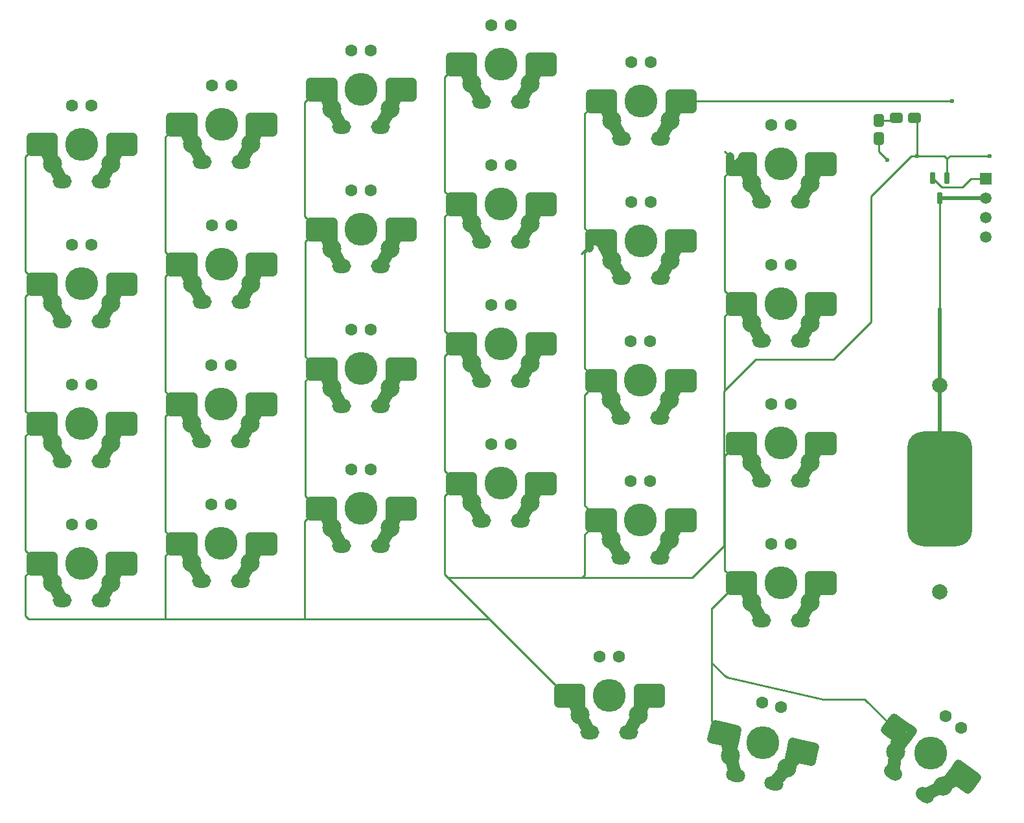
<source format=gbl>
G04*
G04 #@! TF.GenerationSoftware,Altium Limited,Altium Designer,23.0.1 (38)*
G04*
G04 Layer_Physical_Order=2*
G04 Layer_Color=16711680*
%FSLAX44Y44*%
%MOMM*%
G71*
G04*
G04 #@! TF.SameCoordinates,731B261B-C9CE-40F0-B7EB-595BBDBE4ECB*
G04*
G04*
G04 #@! TF.FilePolarity,Positive*
G04*
G01*
G75*
%ADD10C,0.2540*%
G04:AMPARAMS|DCode=14|XSize=15mm|YSize=8.5mm|CornerRadius=2.125mm|HoleSize=0mm|Usage=FLASHONLY|Rotation=90.000|XOffset=0mm|YOffset=0mm|HoleType=Round|Shape=RoundedRectangle|*
%AMROUNDEDRECTD14*
21,1,15.0000,4.2500,0,0,90.0*
21,1,10.7500,8.5000,0,0,90.0*
1,1,4.2500,2.1250,5.3750*
1,1,4.2500,2.1250,-5.3750*
1,1,4.2500,-2.1250,-5.3750*
1,1,4.2500,-2.1250,5.3750*
%
%ADD14ROUNDEDRECTD14*%
%ADD29C,1.1000*%
%ADD30C,1.7000*%
%ADD31C,0.5000*%
%ADD32C,2.5000*%
%ADD33C,1.0000*%
%ADD34C,2.0000*%
%ADD35O,2.5000X1.8000*%
%ADD36C,4.3000*%
%ADD37C,1.6000*%
%ADD38R,1.5000X1.5000*%
%ADD39C,1.5000*%
G04:AMPARAMS|DCode=40|XSize=2.5mm|YSize=1.8mm|CornerRadius=0mm|HoleSize=0mm|Usage=FLASHONLY|Rotation=324.200|XOffset=0mm|YOffset=0mm|HoleType=Round|Shape=Round|*
%AMOVALD40*
21,1,0.7000,1.8000,0.0000,0.0000,324.2*
1,1,1.8000,-0.2839,0.2047*
1,1,1.8000,0.2839,-0.2047*
%
%ADD40OVALD40*%

G04:AMPARAMS|DCode=41|XSize=2.5mm|YSize=1.8mm|CornerRadius=0mm|HoleSize=0mm|Usage=FLASHONLY|Rotation=347.200|XOffset=0mm|YOffset=0mm|HoleType=Round|Shape=Round|*
%AMOVALD41*
21,1,0.7000,1.8000,0.0000,0.0000,347.2*
1,1,1.8000,-0.3413,0.0775*
1,1,1.8000,0.3413,-0.0775*
%
%ADD41OVALD41*%

%ADD42C,0.6000*%
G04:AMPARAMS|DCode=43|XSize=1.35mm|YSize=1.7mm|CornerRadius=0.3375mm|HoleSize=0mm|Usage=FLASHONLY|Rotation=180.000|XOffset=0mm|YOffset=0mm|HoleType=Round|Shape=RoundedRectangle|*
%AMROUNDEDRECTD43*
21,1,1.3500,1.0250,0,0,180.0*
21,1,0.6750,1.7000,0,0,180.0*
1,1,0.6750,-0.3375,0.5125*
1,1,0.6750,0.3375,0.5125*
1,1,0.6750,0.3375,-0.5125*
1,1,0.6750,-0.3375,-0.5125*
%
%ADD43ROUNDEDRECTD43*%
G04:AMPARAMS|DCode=44|XSize=1.35mm|YSize=1.7mm|CornerRadius=0.3375mm|HoleSize=0mm|Usage=FLASHONLY|Rotation=90.000|XOffset=0mm|YOffset=0mm|HoleType=Round|Shape=RoundedRectangle|*
%AMROUNDEDRECTD44*
21,1,1.3500,1.0250,0,0,90.0*
21,1,0.6750,1.7000,0,0,90.0*
1,1,0.6750,0.5125,0.3375*
1,1,0.6750,0.5125,-0.3375*
1,1,0.6750,-0.5125,-0.3375*
1,1,0.6750,-0.5125,0.3375*
%
%ADD44ROUNDEDRECTD44*%
G04:AMPARAMS|DCode=45|XSize=0.65mm|YSize=1.55mm|CornerRadius=0.1625mm|HoleSize=0mm|Usage=FLASHONLY|Rotation=180.000|XOffset=0mm|YOffset=0mm|HoleType=Round|Shape=RoundedRectangle|*
%AMROUNDEDRECTD45*
21,1,0.6500,1.2250,0,0,180.0*
21,1,0.3250,1.5500,0,0,180.0*
1,1,0.3250,-0.1625,0.6125*
1,1,0.3250,0.1625,0.6125*
1,1,0.3250,0.1625,-0.6125*
1,1,0.3250,-0.1625,-0.6125*
%
%ADD45ROUNDEDRECTD45*%
D10*
X898849Y1007084D02*
X1238702D01*
X943018Y254051D02*
X943762D01*
X944155Y253659D01*
X1070299Y225000D01*
X924569Y272500D02*
X943018Y254051D01*
X1125167Y224256D02*
X1156141Y193282D01*
X1070299Y225000D02*
X1124423D01*
X1125167Y224256D01*
X924569Y272500D02*
Y343875D01*
X924748Y344055D02*
X947658Y366964D01*
X924569Y196031D02*
Y272246D01*
X579842Y383659D02*
X634071Y329430D01*
X723500Y240000D01*
X392500Y329430D02*
X634071D01*
X210366Y359378D02*
Y412106D01*
Y359378D02*
X210675Y359069D01*
X210366Y412106D02*
X216660Y418400D01*
X210675Y329430D02*
Y359069D01*
X389325Y329430D02*
X392500D01*
X32009D02*
X210675D01*
X389325D01*
X392500D02*
Y331525D01*
X27736Y333702D02*
X32009Y329430D01*
X575598Y388156D02*
Y490899D01*
Y387902D02*
X579662Y383838D01*
X699118D01*
X762129Y473562D02*
X764477Y471215D01*
Y629752D02*
Y631770D01*
X758182Y622791D02*
X762186Y626794D01*
X758182Y478176D02*
X762129Y474229D01*
X762186Y627461D02*
X764477Y629752D01*
X758182Y478176D02*
Y622791D01*
X762186Y626794D02*
Y627461D01*
X762129Y473562D02*
Y474229D01*
X764477Y469197D02*
Y471215D01*
X754993Y383838D02*
X758182Y387028D01*
Y440218D01*
X762129Y444165D02*
Y444831D01*
X754993Y383838D02*
X898434D01*
X764477Y447178D02*
Y449197D01*
X762129Y444831D02*
X764477Y447178D01*
X758182Y440218D02*
X762129Y444165D01*
X699372Y383838D02*
X754993D01*
X1185000Y935000D02*
X1192500D01*
X1132738Y882738D02*
X1185000Y935000D01*
X1228600D02*
X1232000Y931600D01*
X1189500Y985000D02*
X1192500Y982000D01*
Y935000D02*
X1228600D01*
X1192500D02*
Y982000D01*
X1132738Y718044D02*
Y882738D01*
X1287564Y935063D02*
X1287627Y935127D01*
X1287500Y935000D02*
X1287564Y935063D01*
X941258Y941162D02*
X947552Y934867D01*
X941267Y628630D02*
Y725887D01*
Y628630D02*
X981581Y668944D01*
X940007Y627370D02*
X941267Y628630D01*
X898434Y383838D02*
X940007Y425412D01*
Y627370D01*
X981581Y668944D02*
X1083638D01*
X1132738Y718044D01*
X758295Y840749D02*
Y990530D01*
X758239Y658120D02*
Y808105D01*
X764589Y814455D01*
X392500Y331525D02*
Y457574D01*
X399300Y464374D01*
X575598Y490899D02*
X581892Y497193D01*
X27736Y386430D02*
X34031Y392724D01*
X27736Y333702D02*
Y386430D01*
X924569Y196031D02*
X928229Y192371D01*
X1235400Y935000D02*
X1287500D01*
X1232000Y931600D02*
X1235400Y935000D01*
X1232000Y906500D02*
Y931600D01*
X1142500Y940998D02*
X1153658Y929840D01*
X1142500Y940998D02*
Y958000D01*
Y982000D02*
X1162499D01*
X1165500Y985000D01*
X1222500Y735000D02*
Y880000D01*
X1262732Y905800D02*
X1282500D01*
X1251702Y894770D02*
X1262732Y905800D01*
X1224730Y894770D02*
X1251702D01*
X1213000Y906500D02*
X1224730Y894770D01*
X27736Y419018D02*
X34031Y412724D01*
X27736Y419018D02*
Y569003D01*
X34086Y575353D01*
X210366Y444693D02*
X216660Y438400D01*
X210366Y444693D02*
Y594694D01*
X216700Y601029D01*
X399300Y484374D02*
X399300D01*
X393006Y490668D02*
X399300Y484374D01*
X393006Y490668D02*
Y640611D01*
X399397Y647003D01*
X34086Y595353D02*
Y595353D01*
X27792Y601647D02*
X34086Y595353D01*
X27792Y601647D02*
Y751632D01*
X34143Y757982D01*
X575598Y523488D02*
X581892Y517193D01*
X575598Y523488D02*
Y673473D01*
X581949Y679823D01*
X216700Y621029D02*
X216700D01*
X210406Y627323D02*
X216700Y621029D01*
X210406Y627323D02*
Y777264D01*
X216800Y783658D01*
X393103Y673297D02*
X399397Y667003D01*
X393103Y673297D02*
Y823282D01*
X399453Y829632D01*
X27849Y784276D02*
X34143Y777982D01*
X27849Y784276D02*
Y934261D01*
X34199Y940611D01*
X758239Y658120D02*
X764532Y651826D01*
X759864Y813028D02*
X761292Y814455D01*
X764589D01*
X575654Y706118D02*
X581949Y699823D01*
X575654Y706118D02*
Y856102D01*
X582005Y862452D01*
X210506Y809952D02*
X216800Y803658D01*
X210506Y809952D02*
Y959992D01*
X216800Y966287D01*
X392500Y856585D02*
X399453Y849632D01*
X392500Y856585D02*
Y1005252D01*
X399510Y1012261D01*
X758295Y840749D02*
X764589Y834455D01*
X758295Y990530D02*
X764849Y997084D01*
X575710Y888746D02*
X582005Y882452D01*
X575710Y888746D02*
Y1038731D01*
X582061Y1045082D01*
X941267Y393355D02*
X947658Y386964D01*
X941267Y393355D02*
Y543314D01*
X947561Y549608D01*
X941267Y725887D02*
X947618Y732238D01*
X941258Y758597D02*
X947618Y752238D01*
X941258Y758597D02*
Y908573D01*
X947552Y914867D01*
X754008Y807172D02*
X759864Y813028D01*
D14*
X1222500Y500000D02*
D03*
D29*
X963752Y934867D02*
X977552D01*
X963752D02*
X977552D01*
X963752D02*
X977552D01*
Y924867D02*
Y934867D01*
Y924867D02*
Y934867D01*
Y924867D02*
Y934867D01*
Y924867D02*
Y934867D01*
Y924867D02*
Y934867D01*
X963752D02*
X977552D01*
X963752D02*
X977552D01*
Y924867D02*
Y934867D01*
Y924867D02*
Y934867D01*
X963752D02*
X977552D01*
X963752D02*
X977552D01*
X963752D02*
X977552D01*
X947552Y924867D02*
X963752D01*
X947552D02*
X963752D01*
X947552D02*
X963752D01*
X977552Y924867D02*
Y924867D01*
Y924867D02*
Y924867D01*
Y924867D02*
Y924867D01*
Y924867D02*
Y924867D01*
Y934867D01*
Y924867D02*
Y924867D01*
Y924867D02*
Y924867D01*
Y924867D02*
Y924867D01*
Y924867D02*
Y924867D01*
X963752Y914867D02*
X968752D01*
X963752D02*
X968752D01*
X963752D02*
X968752D01*
X963752D02*
X968752D01*
X963752D02*
X968752D01*
X963752D02*
X968752D01*
X963752D02*
X968752D01*
X963752D02*
X968752D01*
X794849Y1007084D02*
Y1017084D01*
X781049D02*
X794849D01*
X781049D02*
X794849D01*
X781049D02*
X794849D01*
X781049D02*
X794849D01*
Y988084D02*
Y1007084D01*
Y988084D02*
Y1007084D01*
Y988084D02*
Y1007084D01*
Y988084D02*
Y1007084D01*
Y988084D02*
Y1007084D01*
Y988084D02*
Y1007084D01*
Y988084D02*
Y1007084D01*
Y988084D02*
Y1007084D01*
Y1017084D01*
Y1007084D02*
Y1017084D01*
Y1007084D02*
Y1017084D01*
Y1007084D02*
Y1017084D01*
Y1007084D02*
Y1017084D01*
X781049D02*
X794849D01*
X781049D02*
X794849D01*
X781049D02*
X794849D01*
X781049D02*
X794849D01*
Y1007084D02*
Y1017084D01*
Y1007084D02*
Y1017084D01*
X781049Y997084D02*
X786049D01*
X781049D02*
X786049D01*
X947552Y914867D02*
X963752D01*
X947552Y924867D02*
X963752D01*
X947552D02*
X963752D01*
X947552D02*
X963752D01*
X947552D02*
X963752D01*
X947552D02*
X963752D01*
X947552Y914867D02*
X963752D01*
X947552D02*
X963752D01*
X947552D02*
X963752D01*
X947552D02*
X963752D01*
X947552D02*
X963752D01*
X947552D02*
X963752D01*
X947552D02*
X963752D01*
X780789Y834455D02*
X794589D01*
Y824455D02*
Y834455D01*
X780789D02*
X794589D01*
X780789D02*
X794589D01*
X780789D02*
X794589D01*
X780789D02*
X794589D01*
X963817Y752238D02*
X977618D01*
X963817D02*
X977618D01*
X963817D02*
X977618D01*
Y742238D02*
Y752238D01*
Y742238D02*
Y752238D01*
Y742238D02*
Y752238D01*
X963817D02*
X977618D01*
X963817D02*
X977618D01*
X963817D02*
X977618D01*
Y742238D02*
Y752238D01*
Y742238D02*
Y752238D01*
Y742238D02*
Y742238D01*
Y742238D02*
Y742238D01*
Y752238D01*
Y742238D02*
Y752238D01*
Y742238D02*
Y752238D01*
X963817D02*
X963817D01*
X963817D02*
X963817D01*
X963817D02*
X963817D01*
X963817D02*
X963817D01*
X963817D02*
X963817D01*
X963817D02*
X963817D01*
X963817D02*
X963817D01*
X977618D01*
X963817D02*
X977618D01*
X963817D02*
X963817D01*
X947618Y742238D02*
X963817D01*
X977618Y742238D02*
Y742238D01*
Y742238D02*
Y742238D01*
Y742238D02*
Y742238D01*
Y742238D02*
Y742238D01*
Y742238D02*
Y742238D01*
Y742238D02*
Y742238D01*
X963817Y732238D02*
X968818D01*
X947618D02*
X963817D01*
X947618D02*
X963817D01*
X947618D02*
X963817D01*
X968818D01*
X963817D02*
X968818D01*
X963817D02*
X968818D01*
X963817D02*
X968818D01*
X963817D02*
X968818D01*
X963817D02*
X968818D01*
X963817D02*
X968818D01*
X794589Y805455D02*
Y824455D01*
Y805455D02*
Y824455D01*
Y805455D02*
Y824455D01*
Y805455D02*
Y824455D01*
Y805455D02*
Y824455D01*
Y805455D02*
Y824455D01*
Y805455D02*
Y824455D01*
Y805455D02*
Y824455D01*
Y834455D01*
Y824455D02*
Y834455D01*
Y824455D02*
Y834455D01*
X780789D02*
X794589D01*
X780789D02*
X794589D01*
X780789D02*
X794589D01*
Y824455D02*
Y834455D01*
Y824455D02*
Y834455D01*
Y824455D02*
Y834455D01*
Y824455D02*
Y834455D01*
X947618Y742238D02*
X963817D01*
X947618D02*
X963817D01*
X947618D02*
X963817D01*
X947618D02*
X963817D01*
X947618D02*
X963817D01*
X947618D02*
X963817D01*
X947618Y732238D02*
X963817D01*
X947618D02*
X963817D01*
X947618D02*
X963817D01*
X947618D02*
X963817D01*
X947618D02*
X963817D01*
X947618Y742238D02*
X963817D01*
X794532Y641826D02*
Y651826D01*
X780733D02*
X794532D01*
Y641826D02*
Y651826D01*
X780733D02*
X794532D01*
Y641826D02*
Y651826D01*
X780733D02*
X794532D01*
X780733D02*
X794532D01*
X780733D02*
X794532D01*
Y641826D02*
Y651826D01*
Y641826D02*
Y651826D01*
Y641826D02*
Y651826D01*
Y641826D02*
Y651826D01*
X780733D02*
X794532D01*
X780733D02*
X794532D01*
X780733D02*
X794532D01*
Y641826D02*
Y651826D01*
X764849Y1017084D02*
X781049D01*
X764849D02*
X781049D01*
X764849D02*
X781049D01*
X612061Y1055081D02*
Y1055082D01*
X764849Y1017084D02*
X781049D01*
X764849Y1007084D02*
X781049D01*
X764849D02*
X781049D01*
X764849Y1017084D02*
X781049D01*
X764849D02*
X781049D01*
X764849D02*
X781049D01*
X764849D02*
X781049D01*
X612061Y1055082D02*
Y1065082D01*
Y1055082D02*
Y1065082D01*
Y1055082D02*
Y1065082D01*
Y1055082D02*
Y1065082D01*
Y1055082D02*
Y1065082D01*
Y1055082D02*
Y1065082D01*
Y1055082D02*
Y1065082D01*
Y1055081D02*
Y1055082D01*
Y1055081D02*
Y1055082D01*
Y1055081D02*
Y1055082D01*
Y1055081D02*
Y1055082D01*
Y1055081D02*
Y1055082D01*
Y1055081D02*
Y1055082D01*
Y1065082D01*
Y1055081D02*
Y1055082D01*
X764849Y997084D02*
X781049D01*
X764849D02*
X781049D01*
X764849Y1007084D02*
X781049D01*
X764849Y997084D02*
X781049D01*
X786049D01*
X781049D02*
X786049D01*
X781049D02*
X786049D01*
X781049D02*
X786049D01*
X764849D02*
X781049D01*
X764849D02*
X781049D01*
X764849D02*
X781049D01*
X786049D01*
X781049D02*
X786049D01*
X764849Y1007084D02*
X781049D01*
X764849D02*
X781049D01*
X764849D02*
X781049D01*
X764849D02*
X781049D01*
X764849D02*
X781049D01*
X764849Y997084D02*
X781049D01*
X764849D02*
X781049D01*
X612005Y872452D02*
Y882452D01*
Y872452D02*
Y882452D01*
Y872452D02*
Y882452D01*
Y872452D02*
Y882452D01*
X598261Y1065082D02*
X612061D01*
X598261D02*
X612061D01*
X598261D02*
X612061D01*
X598261D02*
X612061D01*
X598261D02*
X612061D01*
X598261D02*
X612061D01*
X598261D02*
X612061D01*
X598261D02*
X612061D01*
X582061Y1055082D02*
X598261D01*
X582061D02*
X598261D01*
X582061D02*
X598261D01*
X582061D02*
X598261D01*
X582061D02*
X598261D01*
X582061D02*
X598261D01*
X582061Y1065082D02*
X598261D01*
X582061D02*
X598261D01*
X582061D02*
X598261D01*
X582061D02*
X598261D01*
X582061D02*
X598261D01*
X582061D02*
X598261D01*
X582061D02*
X598261D01*
X582061D02*
X598261D01*
X582061Y1055082D02*
X598261D01*
X582061D02*
X598261D01*
X598204Y882452D02*
X612005D01*
X598204D02*
X612005D01*
Y872452D02*
Y882452D01*
X598204D02*
X612005D01*
Y872452D02*
Y882452D01*
X598204D02*
X612005D01*
X598204D02*
X612005D01*
X598204D02*
X612005D01*
X582061Y1045082D02*
X598261D01*
X582061D02*
X598261D01*
X582061D02*
X598261D01*
X582061D02*
X598261D01*
X582061D02*
X598261D01*
X582061D02*
X598261D01*
X582061D02*
X598261D01*
X603261D01*
X598261D02*
X603261D01*
X598261D02*
X603261D01*
X598261D02*
X603261D01*
X598261D02*
X603261D01*
X598261D02*
X603261D01*
X582061D02*
X598261D01*
X603261D01*
X598261D02*
X603261D01*
X764589Y834455D02*
X780789D01*
X764589D02*
X780789D01*
X764589Y824455D02*
X780789D01*
X764589D02*
X780789D01*
X764589Y834455D02*
X780789D01*
X764589D02*
X780789D01*
X764589D02*
X780789D01*
X764589D02*
X780789D01*
X764589D02*
X780789D01*
X764589Y824455D02*
X780789D01*
X764589D02*
X780789D01*
X764589D02*
X780789D01*
X764589D02*
X780789D01*
X764589D02*
X780789D01*
X764589D02*
X780789D01*
X612005Y872451D02*
Y872452D01*
Y872451D02*
Y872452D01*
Y872451D02*
Y872452D01*
Y872451D02*
Y872452D01*
Y882452D01*
Y872452D02*
Y882452D01*
Y872451D02*
Y872452D01*
Y872451D02*
Y872452D01*
X764589Y834455D02*
X780789D01*
X612005Y872451D02*
Y872452D01*
Y872451D02*
Y872452D01*
X780789Y814455D02*
X785789D01*
X780789D02*
X785789D01*
X780789D02*
X785789D01*
X780789D02*
X785789D01*
X780789D02*
X785789D01*
X780789D02*
X785789D01*
X780789D02*
X785789D01*
X780789D02*
X785789D01*
X764532Y641826D02*
X780733D01*
X764532D02*
X780733D01*
X764532D02*
X780733D01*
X764532Y651826D02*
X780733D01*
X764532D02*
X780733D01*
X764532D02*
X780733D01*
X764532D02*
X780733D01*
X764532D02*
X780733D01*
X764532D02*
X780733D01*
X764532D02*
X780733D01*
X764532D02*
X780733D01*
X598204Y882452D02*
X612005D01*
X598204D02*
X612005D01*
X598149Y699823D02*
X611949D01*
X598149D02*
X611949D01*
X598149D02*
X611949D01*
Y689823D02*
Y699823D01*
X598149D02*
X611949D01*
X598149D02*
X611949D01*
X598149D02*
X611949D01*
X598149D02*
X611949D01*
X598204Y862452D02*
X603204D01*
X598204D02*
X603204D01*
X598204D02*
X603204D01*
X598204D02*
X603204D01*
X582005D02*
X598204D01*
X603204D01*
X598204D02*
X603204D01*
X598204D02*
X603204D01*
X598204D02*
X603204D01*
X598149Y699823D02*
X611949D01*
Y670823D02*
Y689823D01*
Y670823D02*
Y689823D01*
Y699823D01*
Y670823D02*
Y689823D01*
Y699823D01*
Y689823D02*
Y699823D01*
Y689823D02*
Y699823D01*
Y670823D02*
Y689823D01*
Y670823D02*
Y689823D01*
Y670823D02*
Y689823D01*
Y670823D02*
Y689823D01*
Y670823D02*
Y689823D01*
Y699823D01*
Y689823D02*
Y699823D01*
Y689823D02*
Y699823D01*
X598149Y679823D02*
X603149D01*
X598149D02*
X603149D01*
X598149D02*
X603149D01*
X598149D02*
X603149D01*
X598149D02*
X603149D01*
X598149D02*
X603149D01*
X598149D02*
X603149D01*
X598149D02*
X603149D01*
X977561Y559608D02*
Y569609D01*
X963761D02*
X977561D01*
Y559608D02*
Y569609D01*
Y559608D02*
Y559608D01*
Y569609D01*
X963761D02*
X977561D01*
X963761D02*
X977561D01*
X963761D02*
X977561D01*
X963761D02*
X977561D01*
Y559608D02*
Y559608D01*
Y559608D02*
Y559608D01*
Y559608D02*
Y559608D01*
Y559608D02*
Y559608D01*
Y559608D02*
Y559608D01*
Y559608D02*
Y559608D01*
Y569609D01*
Y559608D02*
Y569609D01*
Y559608D02*
Y559608D01*
Y569609D01*
Y559608D02*
Y569609D01*
Y559608D02*
Y569609D01*
X963761Y549608D02*
X968761D01*
X963761D02*
X968761D01*
X963761D02*
X968761D01*
X963761D02*
X968761D01*
X963761D02*
X968761D01*
X977658Y376964D02*
Y386964D01*
Y376964D02*
Y386964D01*
Y376964D02*
Y386964D01*
Y357964D02*
Y376964D01*
Y357964D02*
Y376964D01*
Y357964D02*
Y376964D01*
Y386964D01*
Y376964D02*
Y386964D01*
Y376964D02*
Y386964D01*
Y376964D02*
Y386964D01*
X963858D02*
X977658D01*
X963858D02*
X977658D01*
X963858D02*
X977658D01*
X963858D02*
X977658D01*
X963858D02*
X977658D01*
X963858D02*
X977658D01*
Y357964D02*
Y376964D01*
Y357964D02*
Y376964D01*
Y357964D02*
Y376964D01*
X963858Y386964D02*
X977658D01*
X963858D02*
X977658D01*
Y376964D02*
Y386964D01*
X963761Y569609D02*
X977561D01*
X963761D02*
X977561D01*
X963761D02*
X977561D01*
X947561D02*
X963761D01*
X947561D02*
X963761D01*
X947561Y559608D02*
X963761D01*
X947561Y569609D02*
X963761D01*
X947561Y559608D02*
X963761D01*
X947561D02*
X963761D01*
X947561D02*
X963761D01*
X947561D02*
X963761D01*
X947561D02*
X963761D01*
X947561D02*
X963761D01*
X947561D02*
X963761D01*
X947561Y569609D02*
X947561D01*
X947561D02*
X947561D01*
X947561D02*
X947561D01*
X963761D01*
X947561D02*
X963761D01*
X947561D02*
X947561D01*
X947561D02*
X947561D01*
X947561D02*
X947561D01*
X947561D02*
X947561D01*
X947561D02*
X947561D01*
X963761D01*
X947561D02*
X963761D01*
X947561D02*
X963761D01*
X947561Y549608D02*
X963761D01*
X947561D02*
X963761D01*
X947561D02*
X963761D01*
X968761D01*
X963761D02*
X968761D01*
X963761D02*
X968761D01*
X947658Y386964D02*
X963858D01*
X947658D02*
X963858D01*
X947658D02*
X963858D01*
X947658D02*
X963858D01*
X947658D02*
X963858D01*
X947658Y376964D02*
X963858D01*
X947658D02*
X963858D01*
X947658Y386964D02*
X963858D01*
X947658D02*
X963858D01*
X947658Y376964D02*
X963858D01*
X947561Y549608D02*
X963761D01*
X947561D02*
X963761D01*
X947561D02*
X963761D01*
X947561D02*
X963761D01*
X947658Y376964D02*
X963858D01*
X947658D02*
X963858D01*
X947658Y386964D02*
X963858D01*
X947561Y549608D02*
X963761D01*
X1175130Y191916D02*
X1186323Y183844D01*
X1175130Y191916D02*
X1175130Y191916D01*
X1186323Y183844D01*
X1175130Y191916D02*
X1175130Y191916D01*
X1175130Y191917D02*
X1175130Y191916D01*
X1161991Y201393D02*
X1175130Y191917D01*
X1175130Y191916D01*
X1161991Y201393D02*
X1175130Y191917D01*
X1175130Y191916D02*
X1186323Y183844D01*
X1175130Y191916D02*
X1175130Y191916D01*
X1186323Y183844D01*
X1175130Y191916D02*
X1175130Y191916D01*
X1175130D02*
X1186323Y183844D01*
X1175130Y191916D02*
X1186323Y183844D01*
X1175130Y191916D02*
X1186323Y183844D01*
X1175130Y191916D02*
X1186323Y183844D01*
X1161991Y201393D02*
X1175130Y191917D01*
X1161991Y201393D02*
X1175130Y191917D01*
X1161991Y201393D02*
X1175130Y191917D01*
X1175130Y191916D01*
X1161991Y201393D02*
X1175130Y191917D01*
X1175130Y191916D01*
X1161991Y201393D02*
X1175130Y191917D01*
X1161991Y201393D02*
X1175130Y191917D01*
X1156141Y193282D02*
X1169280Y183806D01*
X1156141Y193282D02*
X1169280Y183806D01*
X1156141Y193282D02*
X1169280Y183806D01*
X1156141Y193282D02*
X1169280Y183806D01*
X1156141Y193282D02*
X1156141Y193282D01*
X1169280Y183806D01*
X1156141Y193282D02*
X1156141Y193282D01*
X1169280Y183806D01*
X1156141Y193282D02*
X1156141Y193282D01*
X1169280Y183806D01*
X1180473Y175733D02*
X1186323Y183844D01*
X1180473Y175733D02*
X1180473Y175733D01*
X1186323Y183844D01*
X1180473Y175733D02*
X1180473Y175733D01*
X1180473Y175733D02*
X1180473Y175733D01*
X1169359Y160323D02*
X1180473Y175733D01*
X1180473Y175733D01*
X1169359Y160323D02*
X1180473Y175733D01*
X1180473Y175733D01*
X1169359Y160323D02*
X1180473Y175733D01*
X1169359Y160323D02*
X1180473Y175733D01*
X1169359Y160323D02*
X1180473Y175733D01*
X1169359Y160323D02*
X1180473Y175733D01*
X1180473Y175733D01*
X1169359Y160323D02*
X1180473Y175733D01*
X1169359Y160323D02*
X1180473Y175733D01*
X1156141Y193282D02*
X1169280Y183806D01*
X1156141Y193282D02*
X1156141Y193282D01*
X1163431Y175695D02*
X1167487Y172770D01*
X1163431Y175695D02*
X1163431Y175695D01*
X1167487Y172770D01*
X1163431Y175695D02*
X1163431Y175695D01*
X1150292Y185171D02*
X1163431Y175695D01*
X1150292Y185171D02*
X1163431Y175695D01*
X1150292Y185171D02*
X1163431Y175695D01*
X1150292Y185171D02*
X1163431Y175695D01*
X1163431Y175695D02*
X1167487Y172770D01*
X1163431Y175695D02*
X1167487Y172770D01*
X1163431Y175695D02*
X1167487Y172770D01*
X1163431Y175695D02*
X1167487Y172770D01*
X1163431Y175695D02*
X1167487Y172770D01*
X1163431Y175695D02*
X1163431Y175695D01*
X1167487Y172770D01*
X1163431Y175695D02*
X1163431Y175695D01*
X963858Y366964D02*
X968858D01*
X963858D02*
X968858D01*
X977658Y357964D02*
Y376964D01*
Y357964D02*
Y376964D01*
X963858Y366964D02*
X968858D01*
X963858D02*
X968858D01*
X963858D02*
X968858D01*
X963858D02*
X968858D01*
X963858D02*
X968858D01*
X963858D02*
X968858D01*
X947658D02*
X963858D01*
X947658Y376964D02*
X963858D01*
X947658D02*
X963858D01*
X947658D02*
X963858D01*
X947658Y366964D02*
X963858D01*
X947658D02*
X963858D01*
X947658D02*
X963858D01*
X947658D02*
X963858D01*
X947658D02*
X963858D01*
X947658D02*
X963858D01*
X947658D02*
X963858D01*
X928229Y192371D02*
X944027Y188782D01*
X928229Y192371D02*
X928229D01*
X944027Y188782D01*
X928229Y192371D02*
X928229D01*
X944027Y188782D01*
X928229Y192371D02*
X928229D01*
X1150292Y185171D02*
X1163431Y175695D01*
X1150292Y185171D02*
X1150292Y185171D01*
X1163431Y175695D01*
X1150292Y185171D02*
X1150292Y185171D01*
X1163431Y175695D01*
X1150292Y185171D02*
X1150292Y185171D01*
X1163431Y175695D01*
X1150292Y185171D02*
X1150292Y185171D01*
X928229Y192371D02*
X944027Y188782D01*
X928229Y192371D02*
X944027Y188782D01*
X928229Y192371D02*
X944027Y188782D01*
X928229Y192371D02*
X944027Y188782D01*
X928229Y192371D02*
X928229D01*
X944027Y188782D01*
X780733Y631826D02*
X785733D01*
X764532D02*
X780733D01*
X785733D01*
X780733D02*
X785733D01*
X780733D02*
X785733D01*
X780733D02*
X785733D01*
X780733D02*
X785733D01*
X780733D02*
X785733D01*
X780733D02*
X785733D01*
X764532Y641826D02*
X780733D01*
X764532D02*
X780733D01*
X764532D02*
X780733D01*
X764532D02*
X780733D01*
X764532Y631826D02*
X780733D01*
X764532D02*
X780733D01*
X764532D02*
X780733D01*
X764532D02*
X780733D01*
X764532D02*
X780733D01*
X764532D02*
X780733D01*
X764532D02*
X780733D01*
X794532Y622826D02*
Y641826D01*
Y622826D02*
Y641826D01*
Y622826D02*
Y641826D01*
Y622826D02*
Y641826D01*
Y622826D02*
Y641826D01*
Y622826D02*
Y641826D01*
Y622826D02*
Y641826D01*
Y622826D02*
Y641826D01*
X794477Y459197D02*
Y469197D01*
X780677D02*
X794477D01*
Y459197D02*
Y469197D01*
Y459197D02*
Y469197D01*
Y459197D02*
Y469197D01*
X780677D02*
X794477D01*
X780677D02*
X794477D01*
Y459197D02*
Y469197D01*
Y459197D02*
Y469197D01*
Y459197D02*
Y469197D01*
X780677D02*
X794477D01*
X780677D02*
X794477D01*
Y459197D02*
Y469197D01*
X780677D02*
X794477D01*
X780677D02*
X794477D01*
X780677D02*
X794477D01*
X764532Y641826D02*
X780733D01*
X611892Y507193D02*
Y517193D01*
Y507193D02*
Y517193D01*
Y507193D02*
Y517193D01*
Y507193D02*
Y517193D01*
Y507193D02*
Y517193D01*
Y507193D02*
Y517193D01*
X598092D02*
X611892D01*
X598092D02*
X611892D01*
X598092D02*
X611892D01*
X598092D02*
X611892D01*
X598092D02*
X611892D01*
X598092D02*
X611892D01*
Y507193D02*
Y517193D01*
Y507193D02*
Y517193D01*
X598092Y497193D02*
X603093D01*
X598092Y517193D02*
X611892D01*
X598092D02*
X611892D01*
X598092Y497193D02*
X603093D01*
X598092D02*
X603093D01*
X598092D02*
X603093D01*
X598092D02*
X603093D01*
X598092D02*
X603093D01*
X598092D02*
X603093D01*
X764477Y469197D02*
X764477D01*
X764477D02*
X764477D01*
X764477D02*
X764477D01*
X764477D02*
X764477D01*
X780677D01*
X764477D02*
X764477D01*
X764477D02*
X764477D01*
X764477D02*
X764477D01*
X764477D02*
X764477D01*
X780677D01*
X764477D02*
X780677D01*
X764477D02*
X780677D01*
X764477D02*
X780677D01*
X764477D02*
X780677D01*
X764477D02*
X780677D01*
X764477D02*
X780677D01*
X611892Y488194D02*
Y507193D01*
Y488194D02*
Y507193D01*
Y488194D02*
Y507193D01*
Y488194D02*
Y507193D01*
Y488194D02*
Y507193D01*
Y488194D02*
Y507193D01*
Y488194D02*
Y507193D01*
Y488194D02*
Y507193D01*
X598092Y497193D02*
X603093D01*
X794477Y440197D02*
Y459197D01*
Y440197D02*
Y459197D01*
Y440197D02*
Y459197D01*
Y440197D02*
Y459197D01*
Y440197D02*
Y459197D01*
Y440197D02*
Y459197D01*
Y440197D02*
Y459197D01*
X780677Y449197D02*
X785676D01*
X780677D02*
X785676D01*
X780677D02*
X785676D01*
X780677D02*
X785676D01*
X780677D02*
X785676D01*
X764477D02*
X764477D01*
X764477Y459197D02*
X780677D01*
X764477Y449197D02*
X764477D01*
X764477D02*
X764477D01*
X764477D02*
X764477D01*
X764477D02*
X764477D01*
X764477D02*
X764477D01*
X780677D01*
X785676D01*
X764477D02*
X780677D01*
X785676D01*
X780677D02*
X785676D01*
X764477D02*
X780677D01*
X764477D02*
X780677D01*
X764477D02*
X780677D01*
X764477D02*
X780677D01*
X764477D02*
X780677D01*
X764477D02*
X780677D01*
X926014Y182619D02*
X941811Y179030D01*
X926014Y182619D02*
X941811Y179030D01*
X926014Y182619D02*
X941811Y179030D01*
X926014Y182619D02*
X941811Y179030D01*
X926013Y182619D02*
X926014D01*
X941811Y179030D01*
X926013Y182619D02*
X926014D01*
X941811Y179030D01*
X926013Y182619D02*
X926014D01*
X941811Y179030D01*
X926014Y182619D02*
X941811Y179030D01*
X926013Y182619D02*
X926014D01*
X939596Y169278D02*
X939596D01*
X923798Y172867D02*
X939596Y169278D01*
X939596D01*
X923798Y172867D02*
X939596Y169278D01*
X939596D01*
X923798Y172867D02*
X939596Y169278D01*
X923798Y172867D02*
X939596Y169278D01*
X939596D01*
X923798Y172867D02*
X939596Y169278D01*
X794477Y440197D02*
Y459197D01*
X923798Y172867D02*
X939596Y169278D01*
X923798Y172867D02*
X939596Y169278D01*
X923798Y172867D02*
X939596Y169278D01*
X764477Y459197D02*
X780677D01*
X764477D02*
X780677D01*
X764477D02*
X780677D01*
X764477D02*
X780677D01*
X764477D02*
X780677D01*
X764477D02*
X780677D01*
X764477D02*
X780677D01*
X764477Y449197D02*
X764477D01*
X764477D02*
X764477D01*
X723500Y240000D02*
X739700D01*
X723500D02*
X739700D01*
X739700D01*
X723500D02*
X739700D01*
X723500D02*
X739700D01*
X739700D01*
X739700D02*
X739700D01*
X739700D02*
X739700D01*
X723500Y230000D02*
X739700D01*
X723500D02*
X739700D01*
X753500Y230001D02*
Y230001D01*
Y230001D02*
X753500Y211000D01*
X753500Y230001D02*
Y230001D01*
Y230001D02*
X753500Y211000D01*
X753500Y230001D02*
Y230001D01*
Y230001D02*
X753500Y211000D01*
X753500Y230001D02*
X753500Y211000D01*
X753500Y230001D02*
Y230001D01*
Y230001D02*
X753500Y211000D01*
X753500Y230001D02*
X753500Y211000D01*
X753500Y230001D02*
X753500Y211000D01*
X753500Y230001D02*
X753500Y211000D01*
X723500Y230000D02*
X739700D01*
X723500D02*
X739700D01*
X723500Y220000D02*
X723500D01*
X723500D02*
X723500D01*
X723500D02*
X723500D01*
X723500D02*
X723500D01*
X739700D02*
X744700D01*
X739700D02*
X744700D01*
X739700D02*
X744700D01*
X739700D02*
X744700D01*
X723500D02*
X739700D01*
X723500D02*
X739700D01*
X723500D02*
X739700D01*
X723500D02*
X739700D01*
X415710Y1032261D02*
X429510D01*
X415710D02*
X429510D01*
Y1022261D02*
Y1032261D01*
Y1022261D02*
Y1032261D01*
X415710D02*
X429510D01*
X415710D02*
X429510D01*
X415710D02*
X429510D01*
X415710D02*
X429510D01*
Y1003261D02*
Y1022261D01*
Y1003261D02*
Y1022261D01*
Y1003261D02*
Y1022261D01*
X415710Y1032261D02*
X429510D01*
Y1003261D02*
Y1022261D01*
Y1032261D01*
Y1022261D02*
Y1032261D01*
Y1022261D02*
Y1032261D01*
Y1022261D02*
Y1032261D01*
Y1022261D02*
Y1032261D01*
Y1022261D02*
Y1032261D01*
X415710Y1012261D02*
X420710D01*
X415710D02*
X420710D01*
X415710D02*
X420710D01*
X415710D02*
X420710D01*
X415710D02*
X420710D01*
X415710D02*
X420710D01*
X415710D02*
X420710D01*
X582005Y872452D02*
X598204D01*
X582005D02*
X598204D01*
X582005D02*
X598204D01*
X582005Y882452D02*
X598204D01*
X582005D02*
X598204D01*
X582005D02*
X598204D01*
X582005D02*
X598204D01*
X582005Y862452D02*
X598204D01*
X582005D02*
X598204D01*
X582005Y872452D02*
X598204D01*
X582005D02*
X598204D01*
X582005D02*
X598204D01*
X582005D02*
X598204D01*
X582005D02*
X598204D01*
X429510Y1003261D02*
Y1022261D01*
Y1003261D02*
Y1022261D01*
Y1003261D02*
Y1022261D01*
Y1003261D02*
Y1022261D01*
X582005Y882452D02*
X598204D01*
X582005D02*
X598204D01*
X582005D02*
X598204D01*
X582005D02*
X598204D01*
X415710Y1032261D02*
X429510D01*
X399510Y1022261D02*
X415710D01*
X399510D02*
X415710D01*
X399510Y1012261D02*
X415710D01*
X399510Y1022261D02*
X415710D01*
X399510Y1032261D02*
X415710D01*
X399510Y1022261D02*
X415710D01*
X399510Y1012261D02*
X415710D01*
X399510D02*
X415710D01*
X399510D02*
X415710D01*
X399510D02*
X415710D01*
X399510D02*
X415710D01*
X399510D02*
X415710D01*
X399510Y1032261D02*
X415710D01*
X399510D02*
X415710D01*
X399510D02*
X415710D01*
X399510D02*
X415710D01*
X399510D02*
X415710D01*
X399510D02*
X415710D01*
X399510Y1022261D02*
X415710D01*
X399510D02*
X415710D01*
X399510Y1032261D02*
X415710D01*
X399510Y1022261D02*
X415710D01*
X399510D02*
X415710D01*
X399510Y1012261D02*
X415710D01*
X420710D01*
X246800Y976287D02*
Y986287D01*
Y976287D02*
Y986287D01*
Y976287D02*
Y986287D01*
Y976287D02*
Y986287D01*
Y976287D02*
Y986287D01*
X233000D02*
X246800D01*
X233000D02*
X246800D01*
X233000D02*
X246800D01*
X233000D02*
X246800D01*
X233000D02*
X246800D01*
X233000D02*
X246800D01*
Y957287D02*
Y976287D01*
Y957287D02*
Y976287D01*
Y986287D01*
Y957287D02*
Y976287D01*
Y957287D02*
Y976287D01*
Y957287D02*
Y976287D01*
Y986287D01*
X233000D02*
X246800D01*
X233000D02*
X246800D01*
Y976287D02*
Y986287D01*
X582005Y862452D02*
X598204D01*
X582005D02*
X598204D01*
X582005D02*
X598204D01*
X582005D02*
X598204D01*
X582005D02*
X598204D01*
X429454Y839632D02*
Y849632D01*
Y839632D02*
Y849632D01*
Y839632D02*
Y849632D01*
Y839631D02*
Y839632D01*
Y849632D01*
Y839631D02*
Y839632D01*
Y839631D02*
Y839632D01*
Y849632D01*
Y839632D02*
Y849632D01*
Y839632D02*
Y849632D01*
X415653D02*
X429454D01*
X415653D02*
X429454D01*
X415653D02*
X429454D01*
X415653D02*
X429454D01*
X415653D02*
X429454D01*
Y839631D02*
Y839632D01*
Y839631D02*
Y839632D01*
Y839631D02*
Y839632D01*
Y839631D02*
Y839632D01*
X415653Y849632D02*
X429454D01*
Y839632D02*
Y849632D01*
X415653D02*
X429454D01*
X415653D02*
X429454D01*
Y839631D02*
Y839632D01*
X581949Y699823D02*
X598149D01*
X581949D02*
X598149D01*
X581949D02*
X598149D01*
X581949D02*
X598149D01*
X581949Y689823D02*
X598149D01*
X581949D02*
X598149D01*
X581949D02*
X598149D01*
X581949Y699823D02*
X598149D01*
X581949D02*
X598149D01*
X581949D02*
X598149D01*
X581949Y689823D02*
X598149D01*
X581949Y699823D02*
X598149D01*
X415653Y829632D02*
X420654D01*
X415653D02*
X420654D01*
X415653D02*
X420654D01*
X415653D02*
X420654D01*
X415653D02*
X420654D01*
X415653D02*
X420654D01*
X399453Y839632D02*
X415653D01*
X399453Y829632D02*
X415653D01*
X399453Y849632D02*
X415653D01*
X399453Y839632D02*
X415653D01*
X399453D02*
X415653D01*
X399453Y829632D02*
X415653D01*
X420654D01*
X415653D02*
X420654D01*
X399453D02*
X415653D01*
X399453D02*
X415653D01*
X399453D02*
X415653D01*
X399453D02*
X415653D01*
X399453Y849632D02*
X415653D01*
X399453D02*
X415653D01*
X399453D02*
X415653D01*
X399453D02*
X415653D01*
X399453D02*
X415653D01*
X399453D02*
X415653D01*
X399453D02*
X415653D01*
X399453Y839632D02*
X415653D01*
X399453D02*
X415653D01*
X399453D02*
X415653D01*
X399453D02*
X415653D01*
X399453D02*
X415653D01*
X399453Y829632D02*
X415653D01*
X399453D02*
X415653D01*
X246800Y793658D02*
Y793658D01*
Y793658D02*
Y793658D01*
Y793658D02*
Y793658D01*
Y793658D02*
Y793658D01*
Y793658D02*
Y793658D01*
Y793658D02*
Y793658D01*
Y803658D01*
Y793658D02*
Y803658D01*
Y793658D02*
Y803658D01*
X233000D02*
X246800D01*
X233000D02*
X246800D01*
X233000D02*
X246800D01*
Y793658D02*
Y803658D01*
Y793658D02*
Y803658D01*
Y793658D02*
Y793658D01*
Y793658D02*
Y793658D01*
Y803658D01*
Y793658D02*
Y803658D01*
X216800Y976287D02*
X233000D01*
X216800D02*
X233000D01*
X216800D02*
X233000D01*
X216800Y966287D02*
X233000D01*
X216800Y986287D02*
X233000D01*
X216800D02*
X233000D01*
X216800Y976287D02*
X233000D01*
X216800D02*
X233000D01*
X216800Y966287D02*
X233000D01*
X238000D01*
X216800D02*
X233000D01*
X216800D02*
X233000D01*
X216800D02*
X233000D01*
X216800D02*
X233000D01*
X216800D02*
X233000D01*
X216800D02*
X233000D01*
X216800Y986287D02*
X233000D01*
X216800D02*
X233000D01*
X216800D02*
X233000D01*
X216800D02*
X233000D01*
X216800D02*
X233000D01*
X216800Y976287D02*
X233000D01*
X216800Y986287D02*
X233000D01*
X216800Y976287D02*
X233000D01*
X216800D02*
X233000D01*
X246800Y957287D02*
Y976287D01*
X233000Y966287D02*
X238000D01*
X246800Y957287D02*
Y976287D01*
Y957287D02*
Y976287D01*
X233000Y966287D02*
X238000D01*
X233000D02*
X238000D01*
X233000Y803658D02*
X246800D01*
X233000D02*
X246800D01*
Y793658D02*
Y803658D01*
X233000D02*
X246800D01*
X233000Y966287D02*
X238000D01*
X233000D02*
X238000D01*
X233000D02*
X238000D01*
X233000D02*
X238000D01*
X64199Y950611D02*
Y960611D01*
Y950611D02*
Y960611D01*
Y950611D02*
Y960611D01*
Y950611D02*
Y960611D01*
Y950611D02*
Y960611D01*
X216800Y803658D02*
X233000D01*
X216800D02*
X233000D01*
X64199Y931612D02*
Y950611D01*
Y931612D02*
Y950611D01*
Y931612D02*
Y950611D01*
Y931612D02*
Y950611D01*
Y931612D02*
Y950611D01*
X50399Y960611D02*
X64199D01*
Y950611D02*
Y960611D01*
X50399D02*
X64199D01*
X50399D02*
X64199D01*
X50399D02*
X64199D01*
X50399D02*
X64199D01*
X50399D02*
X64199D01*
X50399D02*
X64199D01*
X50399D02*
X64199D01*
Y950611D02*
Y960611D01*
Y950611D02*
Y960611D01*
X34199Y950611D02*
X50399D01*
X34199D02*
X50399D01*
X34199D02*
X50399D01*
X34199D02*
X50399D01*
X34199Y960611D02*
X50399D01*
X34199D02*
X50399D01*
X34199D02*
X50399D01*
X34199D02*
X50399D01*
X34199D02*
X50399D01*
X34199D02*
X50399D01*
X34199D02*
X50399D01*
X34199Y950611D02*
X50399D01*
X34199D02*
X50399D01*
X34199D02*
X50399D01*
X34199Y960611D02*
X50399D01*
X34199Y950611D02*
X50399D01*
X64199Y931612D02*
Y950611D01*
Y931612D02*
Y950611D01*
Y931612D02*
Y950611D01*
X50399Y940611D02*
X55399D01*
X50399D02*
X55399D01*
X50399D02*
X55399D01*
X50399D02*
X55399D01*
X50399D02*
X55399D01*
X34199D02*
X50399D01*
X34199D02*
X50399D01*
X34199D02*
X50399D01*
X34199D02*
X50399D01*
X55399D01*
X50399D02*
X55399D01*
X50399D02*
X55399D01*
X34199D02*
X50399D01*
X34199D02*
X50399D01*
X34199D02*
X50399D01*
X34199D02*
X50399D01*
X216800Y803658D02*
X233000D01*
X216800D02*
X233000D01*
X216800D02*
X233000D01*
X246800D01*
X216800D02*
X233000D01*
X216800D02*
X233000D01*
X216800D02*
X233000D01*
X246800D01*
X216800Y783658D02*
X233000D01*
X216800D02*
X233000D01*
X216800Y793658D02*
X233000D01*
X216800D02*
X233000D01*
X216800D02*
X233000D01*
X216800D02*
X216800D01*
X216800D02*
X216800D01*
X216800D02*
X216800D01*
X216800D02*
X216800D01*
X216800D02*
X216800D01*
X233000D01*
X216800D02*
X233000D01*
X216800D02*
X233000D01*
X216800D02*
X233000D01*
X216800D02*
X216800D01*
X216800D02*
X216800D01*
X216800D02*
X216800D01*
X233000D01*
Y783658D02*
X238000D01*
X233000D02*
X238000D01*
X216800D02*
X233000D01*
X238000D01*
X216800D02*
X233000D01*
X216800D02*
X233000D01*
X216800D02*
X233000D01*
X216800D02*
X233000D01*
X238000D01*
X233000D02*
X238000D01*
X233000D02*
X238000D01*
X233000D02*
X238000D01*
X233000D02*
X238000D01*
X216800D02*
X233000D01*
X64143Y767982D02*
Y777982D01*
Y767982D02*
Y777982D01*
Y767982D02*
Y777982D01*
Y767982D02*
Y777982D01*
Y748983D02*
Y767982D01*
Y748983D02*
Y767982D01*
Y748983D02*
Y767982D01*
Y748983D02*
Y767982D01*
Y748983D02*
Y767982D01*
X50343Y777982D02*
X64143D01*
X50343D02*
X64143D01*
X50343D02*
X64143D01*
X50343D02*
X64143D01*
X50343D02*
X64143D01*
X50343D02*
X64143D01*
X50343D02*
X64143D01*
X50343D02*
X64143D01*
Y767982D02*
Y777982D01*
Y767982D02*
Y777982D01*
X34143Y767982D02*
X50343D01*
X34143D02*
X50343D01*
X34143D02*
X50343D01*
X34143D02*
X50343D01*
X34143Y777982D02*
X50343D01*
X34143D02*
X50343D01*
X34143D02*
X50343D01*
X34143D02*
X50343D01*
X34143D02*
X50343D01*
X34143D02*
X50343D01*
X34143D02*
X50343D01*
X34143Y767982D02*
X50343D01*
X34143D02*
X50343D01*
X34143D02*
X50343D01*
X34143Y777982D02*
X50343D01*
X34143Y767982D02*
X50343D01*
X64143D02*
Y777982D01*
Y748983D02*
Y767982D01*
Y748983D02*
Y767982D01*
Y748983D02*
Y767982D01*
Y777982D01*
X50343Y757982D02*
X55343D01*
X50343D02*
X55343D01*
X50343D02*
X55343D01*
X34143D02*
X50343D01*
X34143D02*
X50343D01*
X34143D02*
X50343D01*
X34143D02*
X50343D01*
X34143D02*
X50343D01*
X34143D02*
X50343D01*
X55343D01*
X50343D02*
X55343D01*
X50343D02*
X55343D01*
X50343D02*
X55343D01*
X50343D02*
X55343D01*
X34143D02*
X50343D01*
X34143D02*
X50343D01*
X581949Y689823D02*
X598149D01*
X581949D02*
X598149D01*
X581949Y679823D02*
X598149D01*
X581949D02*
X598149D01*
X581949D02*
X598149D01*
X581949Y689823D02*
X598149D01*
X581949D02*
X598149D01*
X581949Y679823D02*
X598149D01*
X581949D02*
X598149D01*
X581949D02*
X598149D01*
X581949D02*
X598149D01*
X581949D02*
X598149D01*
X415597Y667003D02*
X429397D01*
X415597D02*
X429397D01*
X415597D02*
X429397D01*
X415597D02*
X429397D01*
X415597D02*
X429397D01*
X415597D02*
X429397D01*
X415597D02*
X429397D01*
X415597D02*
X429397D01*
Y657003D02*
Y667003D01*
Y657003D02*
Y667003D01*
Y657003D02*
Y667003D01*
Y657003D02*
Y667003D01*
Y657003D02*
Y667003D01*
Y657003D02*
Y667003D01*
Y657003D02*
Y667003D01*
Y638002D02*
Y657003D01*
Y638002D02*
Y657003D01*
Y638002D02*
Y657003D01*
Y638002D02*
Y657003D01*
Y638002D02*
Y657003D01*
Y638002D02*
Y657003D01*
X581892Y517193D02*
X598092D01*
X581892D02*
X598092D01*
X581892D02*
X598092D01*
X581892D02*
X598092D01*
X581892D02*
X598092D01*
X429397Y657003D02*
Y667003D01*
Y638002D02*
Y657003D01*
Y638002D02*
Y657003D01*
X415597Y647003D02*
X420598D01*
X415597D02*
X420598D01*
X415597D02*
X420598D01*
X415597D02*
X420598D01*
X415597D02*
X420598D01*
X415597D02*
X420598D01*
X415597D02*
X420598D01*
X415597D02*
X420598D01*
X399397Y657003D02*
X415597D01*
X399397D02*
X415597D01*
X399397D02*
X415597D01*
X399397Y647003D02*
X415597D01*
X399397Y657003D02*
X415597D01*
X399397Y667003D02*
X415597D01*
X399397D02*
X415597D01*
X399397Y657003D02*
X415597D01*
X399397Y647003D02*
X415597D01*
X399397D02*
X415597D01*
X399397D02*
X415597D01*
X399397D02*
X415597D01*
X399397D02*
X415597D01*
X399397D02*
X415597D01*
X399397D02*
X415597D01*
X399397Y667003D02*
X415597D01*
X399397D02*
X415597D01*
X399397D02*
X415597D01*
X399397D02*
X415597D01*
X399397Y657003D02*
X415597D01*
X399397D02*
X415597D01*
X399397D02*
X415597D01*
X399397Y667003D02*
X415597D01*
X399397D02*
X415597D01*
X246700Y592028D02*
Y611029D01*
Y592028D02*
Y611029D01*
Y592028D02*
Y611029D01*
Y592028D02*
Y611029D01*
Y621029D01*
Y611029D02*
Y621029D01*
Y611029D02*
Y621029D01*
Y592028D02*
Y611029D01*
Y592028D02*
Y611029D01*
Y592028D02*
Y611029D01*
Y592028D02*
Y611029D01*
X232900Y621029D02*
X246700D01*
X232900D02*
X246700D01*
X232900D02*
X246700D01*
X232900D02*
X246700D01*
X232900D02*
X246700D01*
X232900D02*
X246700D01*
X232900D02*
X246700D01*
X232900D02*
X246700D01*
Y611029D02*
Y621029D01*
Y611029D02*
Y621029D01*
Y611029D02*
Y621029D01*
Y611029D02*
Y621029D01*
Y611029D02*
Y621029D01*
X581892Y507193D02*
X598092D01*
X581892D02*
X598092D01*
X581892D02*
X598092D01*
X581892Y517193D02*
X598092D01*
X581892D02*
X598092D01*
X581892D02*
X598092D01*
X581892Y497193D02*
X598092D01*
X581892D02*
X598092D01*
X581892D02*
X598092D01*
X581892D02*
X598092D01*
X581892D02*
X598092D01*
X581892D02*
X598092D01*
X581892D02*
X598092D01*
X581892D02*
X598092D01*
X581892Y507193D02*
X598092D01*
X581892D02*
X598092D01*
X581892D02*
X598092D01*
X581892D02*
X598092D01*
X581892D02*
X598092D01*
X415500Y484374D02*
X429300D01*
Y474374D02*
Y484374D01*
Y474374D02*
Y484374D01*
X415500D02*
X429300D01*
X415500D02*
X429300D01*
X415500D02*
X429300D01*
X415500D02*
X429300D01*
X415500D02*
X429300D01*
X415500D02*
X429300D01*
Y474374D02*
Y484374D01*
Y474373D02*
Y474374D01*
Y474373D02*
Y474374D01*
Y474373D02*
Y474374D01*
Y484374D01*
Y474374D02*
Y484374D01*
Y474374D02*
Y484374D01*
Y474374D02*
Y484374D01*
Y474373D02*
Y474374D01*
Y474373D02*
Y474374D01*
Y484374D01*
Y474373D02*
Y474374D01*
Y474373D02*
Y474374D01*
Y474373D02*
Y474374D01*
X415500Y464374D02*
X420500D01*
X415500D02*
X420500D01*
X415500D02*
X420500D01*
X415500D02*
X420500D01*
X415500D02*
X420500D01*
X415500Y484374D02*
X429300D01*
X399300Y474374D02*
X415500D01*
X399300D02*
X415500D01*
X399300D02*
X415500D01*
X399300D02*
X415500D01*
X399300D02*
X415500D01*
X399300D02*
X415500D01*
X399300Y464374D02*
X415500D01*
X399300D02*
X415500D01*
X399300D02*
X415500D01*
X420500D01*
X399300D02*
X415500D01*
X399300Y474374D02*
X415500D01*
X399300D02*
X415500D01*
X399300Y484374D02*
X415500D01*
X399300D02*
X415500D01*
X399300D02*
X415500D01*
X399300D02*
X415500D01*
X399300D02*
X415500D01*
X399300D02*
X415500D01*
X399300D02*
X415500D01*
X399300D02*
X415500D01*
Y464374D02*
X420500D01*
X415500D02*
X420500D01*
X399300D02*
X415500D01*
X399300D02*
X415500D01*
X399300D02*
X415500D01*
X399300D02*
X415500D01*
X246660Y428400D02*
Y438400D01*
Y409399D02*
Y428400D01*
Y438400D01*
Y409399D02*
Y428400D01*
Y438400D01*
Y409399D02*
Y428400D01*
Y409399D02*
Y428400D01*
Y409399D02*
Y428400D01*
Y409399D02*
Y428400D01*
Y409399D02*
Y428400D01*
Y409399D02*
Y428400D01*
X216700Y611029D02*
X232900D01*
X216700D02*
X232900D01*
X216700D02*
X232900D01*
X216700Y601029D02*
X232900D01*
X216700Y611029D02*
X232900D01*
X216700Y621029D02*
X232900D01*
X216700D02*
X232900D01*
X216700Y611029D02*
X232900D01*
X216700Y601029D02*
X232900D01*
X216700D02*
X232900D01*
X216700D02*
X232900D01*
X216700D02*
X232900D01*
X216700Y621029D02*
X232900D01*
X216700D02*
X232900D01*
X216700D02*
X232900D01*
X216700Y611029D02*
X232900D01*
X216700D02*
X232900D01*
X216700Y621029D02*
X232900D01*
X216700D02*
X232900D01*
X216700D02*
X232900D01*
X216700Y611029D02*
X232900D01*
Y601029D02*
X237900D01*
X232900D02*
X237900D01*
X232900D02*
X237900D01*
X232900D02*
X237900D01*
X232900D02*
X237900D01*
X216700D02*
X232900D01*
X216700D02*
X232900D01*
X216700D02*
X232900D01*
X237900D01*
X246660Y428400D02*
Y438400D01*
Y428400D02*
Y438400D01*
Y428400D02*
Y438400D01*
Y428400D02*
Y438400D01*
X232900Y601029D02*
X237900D01*
X232900D02*
X237900D01*
X64086Y585353D02*
Y595353D01*
Y566353D02*
Y585353D01*
Y566353D02*
Y585353D01*
Y595353D01*
Y585353D02*
Y595353D01*
Y585353D02*
Y595353D01*
Y585353D02*
Y595353D01*
Y585353D02*
Y595353D01*
Y566353D02*
Y585353D01*
Y566353D02*
Y585353D01*
Y566353D02*
Y585353D01*
Y566353D02*
Y585353D01*
Y566353D02*
Y585353D01*
X50287Y595353D02*
X64086D01*
X50287D02*
X64086D01*
X50287D02*
X64086D01*
X50287D02*
X64086D01*
X34086D02*
X50287D01*
X34086D02*
X50287D01*
X34086D02*
X50287D01*
X64086D01*
X50287D02*
X64086D01*
X50287D02*
X64086D01*
X50287D02*
X64086D01*
X34086Y585353D02*
X50287D01*
X34086D02*
X50287D01*
X34086Y595353D02*
X50287D01*
X34086D02*
X50287D01*
X34086D02*
X50287D01*
X34086D02*
X50287D01*
X34086D02*
X50287D01*
X34086Y585353D02*
X50287D01*
X34086D02*
X50287D01*
X34086D02*
X50287D01*
X34086D02*
X50287D01*
X34086D02*
X50287D01*
X34086D02*
X50287D01*
X64086D02*
Y595353D01*
Y566353D02*
Y585353D01*
Y595353D01*
X50287Y575353D02*
X55287D01*
X50287D02*
X55287D01*
X50287D02*
X55287D01*
X50287D02*
X55287D01*
X50287D02*
X55287D01*
X34086D02*
X50287D01*
X34086D02*
X50287D01*
X34086D02*
X50287D01*
X34086D02*
X50287D01*
X34086D02*
X50287D01*
X34086D02*
X50287D01*
X55287D01*
X50287D02*
X55287D01*
X50287D02*
X55287D01*
X34086D02*
X50287D01*
X34086D02*
X50287D01*
X216660Y428400D02*
X232860D01*
X246660D02*
Y438400D01*
X216660Y428400D02*
X232860D01*
X216660D02*
X232860D01*
X216660D02*
X232860D01*
X216660D02*
X232860D01*
Y418400D02*
X237860D01*
X216660D02*
X232860D01*
X216660Y428400D02*
X232860D01*
X216660D02*
X232860D01*
X216660Y418400D02*
X232860D01*
X216660D02*
X232860D01*
X216660Y438400D02*
X216660D01*
X216660D02*
X216660D01*
X216660D02*
X216660D01*
X216660D02*
X216660D01*
X216660D02*
X216660D01*
X216660D02*
X216660D01*
X216660D02*
X216660D01*
X216660D02*
X216660D01*
X216660Y428400D02*
X232860D01*
X216660Y418400D02*
X232860D01*
X216660D02*
X232860D01*
X216660D02*
X232860D01*
X216660D02*
X232860D01*
X216660D02*
X232860D01*
X237860D01*
X232860D02*
X237860D01*
X232860D02*
X237860D01*
X232860D02*
X237860D01*
X232860D02*
X237860D01*
X232860D02*
X237860D01*
X232860D02*
X237860D01*
X64030Y402724D02*
Y412724D01*
Y402724D02*
Y412724D01*
Y402724D02*
Y412724D01*
Y402724D02*
Y412724D01*
Y402724D02*
Y412724D01*
Y402724D02*
Y412724D01*
Y402723D02*
Y402724D01*
Y402723D02*
Y402724D01*
Y402723D02*
Y402724D01*
Y402723D02*
Y402724D01*
Y402723D02*
Y402724D01*
Y402723D02*
Y402724D01*
X50230Y412724D02*
X64030D01*
X50230D02*
X64030D01*
X34031D02*
X50230D01*
X34031D02*
X50230D01*
X64030D01*
X50230D02*
X64030D01*
X50230D02*
X64030D01*
X50230D02*
X64030D01*
Y402724D02*
Y412724D01*
X50230D02*
X64030D01*
X50230D02*
X64030D01*
X34031Y402724D02*
X50230D01*
X34031D02*
X50230D01*
X34031D02*
X50230D01*
X34031Y412724D02*
X50230D01*
X34031D02*
X50230D01*
X34031D02*
X50230D01*
X34031D02*
X50230D01*
X34031D02*
X50230D01*
X34031D02*
X50230D01*
X34031Y402724D02*
X50230D01*
X34031D02*
X50230D01*
X34031D02*
X50230D01*
X34031D02*
X50230D01*
X34031D02*
X50230D01*
X64030Y402723D02*
Y402724D01*
Y412724D01*
Y402723D02*
Y402724D01*
X50230Y392724D02*
X55230D01*
X50230D02*
X55230D01*
X50230D02*
X55230D01*
X50230D02*
X55230D01*
X50230D02*
X55230D01*
X34031D02*
X50230D01*
X34031D02*
X50230D01*
X34031D02*
X50230D01*
X34031D02*
X50230D01*
X55230D01*
X50230D02*
X55230D01*
X50230D02*
X55230D01*
X34031D02*
X50230D01*
X34031D02*
X50230D01*
X34031D02*
X50230D01*
X34031D02*
X50230D01*
X1051552Y905867D02*
Y924867D01*
Y905867D02*
Y924867D01*
Y905867D02*
Y924867D01*
Y905867D02*
Y924867D01*
Y934867D01*
X1065352D01*
X1051552D02*
X1065352D01*
X1051552Y924867D02*
Y934867D01*
Y924867D02*
Y934867D01*
Y924867D02*
Y934867D01*
X1060352Y914867D02*
X1065352D01*
X1060352D02*
X1065352D01*
X1060352D02*
X1065352D01*
X1051552Y934867D02*
X1065352D01*
X1051552D02*
X1065352D01*
X1060352Y914867D02*
X1065352D01*
Y924867D02*
X1081552D01*
X1065352D02*
X1081552D01*
X1065352D02*
X1081552D01*
X1065352Y914867D02*
X1081552D01*
X1065352D02*
X1081552D01*
X1065352D02*
X1081552D01*
X1065352D02*
X1081552D01*
X1065352Y934867D02*
X1081552D01*
X1065352D02*
X1081552D01*
X1065352D02*
X1081552D01*
X1065352D02*
X1081552D01*
X1065352Y924867D02*
X1081552D01*
X1065352D02*
X1081552D01*
X1065352D02*
X1081552D01*
X1065352Y934867D02*
X1081552D01*
X1065352D02*
X1081552D01*
X1065352D02*
X1081552D01*
X1065352D02*
X1081552D01*
X1065352Y914867D02*
X1081552D01*
X1065352D02*
X1081552D01*
X1065352D02*
X1081552D01*
X1065352D02*
X1081552D01*
X1065352Y924867D02*
X1081552D01*
X1065352D02*
X1081552D01*
X1060352Y914867D02*
X1065352D01*
X1051552Y934867D02*
X1065352D01*
X1051552D02*
X1065352D01*
X1060352Y914867D02*
X1065352D01*
X1060352D02*
X1065352D01*
X1051552Y934867D02*
X1065352D01*
X1051552Y924867D02*
Y934867D01*
Y924867D02*
Y934867D01*
Y924867D02*
Y934867D01*
X1065352D01*
X1051552Y924867D02*
Y934867D01*
X1060352Y914867D02*
X1065352D01*
X1051552Y905867D02*
Y924867D01*
Y905867D02*
Y924867D01*
Y905867D02*
Y924867D01*
Y905867D02*
Y924867D01*
X977552Y905867D02*
X977552Y924867D01*
X947552Y924867D02*
Y934867D01*
X968752Y914867D02*
X971552D01*
X947552D02*
Y924867D01*
X977552Y905867D02*
X977552Y924867D01*
X1057552Y914867D02*
X1060352D01*
X1081552D02*
Y924867D01*
Y934867D01*
X503454Y820632D02*
Y839632D01*
Y820632D02*
Y839632D01*
Y820632D02*
Y839632D01*
Y820632D02*
Y839632D01*
X512254Y829632D02*
X517253D01*
X503454Y839632D02*
Y849632D01*
X517253D01*
X503454Y839632D02*
Y849632D01*
Y839632D02*
Y849632D01*
Y839632D02*
Y849632D01*
X512254Y829632D02*
X517253D01*
X512254D02*
X517253D01*
X512254D02*
X517253D01*
X503454Y849632D02*
X517253D01*
X503454D02*
X517253D01*
X503454D02*
X517253D01*
Y839632D02*
X533453D01*
X517253D02*
X533453D01*
X517253D02*
X533453D01*
X517253D02*
X533453D01*
X517253Y829632D02*
X533453D01*
X517253D02*
X533453D01*
X517253D02*
X533453D01*
X517253D02*
X533453D01*
X517253Y849632D02*
X533453D01*
X517253D02*
X533453D01*
X517253D02*
X533453D01*
X517253D02*
X533453D01*
X320800Y774658D02*
Y793658D01*
Y774658D02*
Y793658D01*
Y774658D02*
Y793658D01*
Y774658D02*
Y793658D01*
X329600Y783658D02*
X334600D01*
X329600D02*
X334600D01*
X320800Y793658D02*
Y803658D01*
Y793658D02*
Y803658D01*
Y793658D02*
Y803658D01*
Y793658D02*
Y803658D01*
X329600Y783658D02*
X334600D01*
X329600D02*
X334600D01*
Y793658D02*
X350800D01*
X334600D02*
X350800D01*
X320800Y803658D02*
X334600D01*
X320800D02*
X334600D01*
X320800D02*
X334600D01*
X320800D02*
X334600D01*
Y793658D02*
X350800D01*
X334600D02*
X350800D01*
X334600Y803658D02*
X350800D01*
X334600Y783658D02*
X350800D01*
X334600D02*
X350800D01*
X334600D02*
X350800D01*
X334600D02*
X350800D01*
X334600Y803658D02*
X350800D01*
X334600D02*
X350800D01*
X334600D02*
X350800D01*
X320800Y957287D02*
Y976287D01*
Y957287D02*
Y976287D01*
Y957287D02*
Y976287D01*
Y957287D02*
Y976287D01*
X329600Y966287D02*
X334600D01*
X329600D02*
X334600D01*
X329600D02*
X334600D01*
X329600D02*
X334600D01*
X320800Y976287D02*
Y986287D01*
X334600D01*
X320800D02*
X334600D01*
X320800Y976287D02*
Y986287D01*
Y976287D02*
Y986287D01*
Y976287D02*
Y986287D01*
X334600D01*
X320800D02*
X334600D01*
Y966287D02*
X350800D01*
X334600D02*
X350800D01*
X334600D02*
X350800D01*
X334600Y986287D02*
X350800D01*
X334600D02*
X350800D01*
X334600D02*
X350800D01*
X334600D02*
X350800D01*
X334600Y976287D02*
X350800D01*
X334600D02*
X350800D01*
X334600D02*
X350800D01*
X334600Y966287D02*
X350800D01*
X334600Y976287D02*
X350800D01*
X503509Y1003261D02*
Y1022261D01*
Y1003261D02*
Y1022261D01*
Y1003261D02*
Y1022261D01*
Y1003261D02*
Y1022261D01*
X512310Y1012261D02*
X517310D01*
X503509Y1022261D02*
Y1032261D01*
Y1022261D02*
Y1032261D01*
Y1022261D02*
Y1032261D01*
Y1022261D02*
Y1032261D01*
X512310Y1012261D02*
X517310D01*
X512310D02*
X517310D01*
X512310D02*
X517310D01*
X503509Y1032261D02*
X517310D01*
X503509D02*
X517310D01*
X503509D02*
X517310D01*
X503509D02*
X517310D01*
Y1012261D02*
X533509D01*
X517310D02*
X533509D01*
X517310D02*
X533509D01*
X517310D02*
X533509D01*
X517310Y1032261D02*
X533509D01*
X517310D02*
X533509D01*
X517310D02*
X533509D01*
X517310D02*
X533509D01*
X517310Y1022261D02*
X533509D01*
X517310D02*
X533509D01*
X517310D02*
X533509D01*
X517310D02*
X533509D01*
X686061Y1036081D02*
Y1055082D01*
Y1036081D02*
Y1055082D01*
Y1036081D02*
Y1055082D01*
Y1036081D02*
Y1055082D01*
X694861Y1045082D02*
X699861D01*
X686061Y1055082D02*
Y1065082D01*
Y1055082D02*
Y1065082D01*
X699861D01*
X686061Y1055082D02*
Y1065082D01*
Y1055082D02*
Y1065082D01*
X694861Y1045082D02*
X699861D01*
X694861D02*
X699861D01*
X686061Y1065082D02*
X699861D01*
X686061D02*
X699861D01*
X686061D02*
X699861D01*
Y1045082D02*
X716061D01*
X699861D02*
X716061D01*
X699861D02*
X716061D01*
X699861D02*
X716061D01*
X694861D02*
X699861D01*
Y1065082D02*
X716061D01*
X699861D02*
X716061D01*
X699861D02*
X716061D01*
X699861D02*
X716061D01*
X699861Y1055082D02*
X716061D01*
X699861D02*
X716061D01*
X699861D02*
X716061D01*
X699861D02*
X716061D01*
X868849Y988084D02*
Y1007084D01*
Y988084D02*
Y1007084D01*
Y988084D02*
Y1007084D01*
Y988084D02*
Y1007084D01*
X877649Y997084D02*
X882649D01*
X868849Y1007084D02*
Y1017084D01*
Y1007084D02*
Y1017084D01*
X882649D01*
X868849D02*
X882649D01*
X868849Y1007084D02*
Y1017084D01*
Y1007084D02*
Y1017084D01*
X877649Y997084D02*
X882649D01*
X877649D02*
X882649D01*
X868849Y1017084D02*
X882649D01*
X868849D02*
X882649D01*
X877649Y997084D02*
X882649D01*
Y1007084D02*
X898849D01*
X882649D02*
X898849D01*
X882649Y997084D02*
X898849D01*
X882649D02*
X898849D01*
X882649D02*
X898849D01*
X882649D02*
X898849D01*
X882649Y1017084D02*
X898849D01*
X882649D02*
X898849D01*
X882649D02*
X898849D01*
X882649D02*
X898849D01*
X882649Y1007084D02*
X898849D01*
X882649D02*
X898849D01*
X1241780Y119188D02*
X1245834Y116264D01*
X1245835Y116263D02*
X1258975Y106787D01*
X1245835Y116263D02*
X1258975Y106787D01*
X1245835Y116263D02*
X1258975Y106787D01*
X1245835Y116263D02*
X1258975Y106787D01*
X1241780Y119188D02*
X1245834Y116264D01*
X1241780Y119188D02*
X1245834Y116264D01*
X1241780Y119188D02*
X1245834Y116264D01*
X1246341Y140557D02*
X1257534Y132485D01*
X1251685Y124374D02*
X1264824Y114897D01*
X1251685Y124374D02*
X1264824Y114897D01*
X1251685Y124374D02*
X1264824Y114897D01*
X1251685Y124374D02*
X1264824Y114897D01*
X1257534Y132485D02*
X1270674Y123008D01*
X1257534Y132485D02*
X1270674Y123008D01*
X1246341Y140557D02*
X1257534Y132485D01*
X1246341Y140557D02*
X1257534Y132485D01*
X1246341Y140557D02*
X1257534Y132485D01*
X1270674Y123008D01*
X1257534Y132485D02*
X1270674Y123008D01*
X1033795Y147877D02*
X1038671Y146769D01*
X1033795Y147877D02*
X1038671Y146769D01*
X1033795Y147877D02*
X1038671Y146769D01*
X1033795Y147877D02*
X1038671Y146769D01*
X1029645Y169329D02*
X1043102Y166272D01*
X1029645Y169329D02*
X1043102Y166272D01*
X1029645Y169329D02*
X1043102Y166272D01*
X1029645Y169329D02*
X1043102Y166272D01*
X1058899Y162683D01*
X1043102Y166272D02*
X1058899Y162683D01*
X827500Y211000D02*
Y230000D01*
Y211000D02*
Y230000D01*
Y211000D02*
Y230000D01*
Y211000D02*
Y230000D01*
Y230001D01*
Y230000D02*
Y230001D01*
Y230000D02*
Y230001D01*
Y230000D02*
Y230001D01*
Y240000D02*
X841300D01*
X827500D02*
X841300D01*
X827500D02*
X841300D01*
X827500D02*
X841300D01*
Y220000D02*
X841301D01*
X841300D02*
X841300D01*
X841300D02*
X841300D01*
X841300D02*
X841300D01*
X841300D02*
X841300D01*
X841301D02*
X857500D01*
X841301D02*
X857500D01*
X841300D02*
X841301D01*
X841300Y230000D02*
X857500D01*
X841300Y240000D02*
X857500D01*
X841300D02*
X857500D01*
X841300Y230000D02*
X857500D01*
X1051658Y357964D02*
Y376964D01*
Y357964D02*
Y376964D01*
Y357964D02*
Y376964D01*
Y357964D02*
Y376964D01*
X1060458Y366964D02*
X1065458D01*
X1051658Y376964D02*
Y386964D01*
X1065458D01*
X1051658Y376964D02*
Y386964D01*
Y376964D02*
Y386964D01*
Y376964D02*
Y386964D01*
X1060458Y366964D02*
X1065458D01*
X1060458D02*
X1065458D01*
X1060458D02*
X1065458D01*
X1051658Y386964D02*
X1065458D01*
X1051658D02*
X1065458D01*
X1051658D02*
X1065458D01*
Y376964D02*
X1081658D01*
X1065458D02*
X1081658D01*
X1065458Y366964D02*
X1081658D01*
X1065458D02*
X1081658D01*
X1065458D02*
X1081658D01*
X1065458D02*
X1081658D01*
X1065458Y386964D02*
X1081658D01*
X1065458D02*
X1081658D01*
X1065458D02*
X1081658D01*
X1065458D02*
X1081658D01*
X1065458Y376964D02*
X1081658D01*
X1065458D02*
X1081658D01*
X138030Y383723D02*
Y402724D01*
Y383723D02*
Y402724D01*
Y383723D02*
Y402724D01*
Y383723D02*
Y402724D01*
X146830Y392724D02*
X151830D01*
X146830D02*
X151830D01*
X146830D02*
X151830D01*
X138030Y402724D02*
Y412724D01*
X151830D01*
X138030D02*
X151830D01*
X138030Y402724D02*
Y412724D01*
Y402724D02*
Y412724D01*
Y402724D02*
Y412724D01*
X146830Y392724D02*
X151830D01*
X138030Y412724D02*
X151830D01*
X138030D02*
X151830D01*
Y402724D02*
X168030D01*
X151830D02*
X168030D01*
X151830D02*
X168030D01*
X151830Y392724D02*
X168030D01*
X151830D02*
X168030D01*
X151830D02*
X168030D01*
X151830D02*
X168030D01*
X151830Y412724D02*
X168030D01*
X151830D02*
X168030D01*
X151830Y402724D02*
X168030D01*
X151830Y412724D02*
X168030D01*
X151830D02*
X168030D01*
X138086Y566353D02*
Y585353D01*
Y566353D02*
Y585353D01*
Y566353D02*
Y585353D01*
Y566353D02*
Y585353D01*
X146887Y575353D02*
X151887D01*
X146887D02*
X151887D01*
X146887D02*
X151887D01*
X138086Y595353D02*
X151887D01*
X138086D02*
X151887D01*
X138086Y585353D02*
Y595353D01*
Y585353D02*
Y595353D01*
Y585353D02*
Y595353D01*
Y585353D02*
Y595353D01*
X151887Y575353D02*
X168086D01*
X146887D02*
X151887D01*
X138086Y595353D02*
X151887D01*
X138086D02*
X151887D01*
Y575353D02*
X168086D01*
X151887D02*
X168086D01*
X151887D02*
X168086D01*
X151887Y585353D02*
X168086D01*
X151887Y595353D02*
X168086D01*
X151887D02*
X168086D01*
X151887D02*
X168086D01*
X151887D02*
X168086D01*
X151887Y585353D02*
X168086D01*
X151887D02*
X168086D01*
X151887D02*
X168086D01*
X138143Y748983D02*
Y767982D01*
Y748983D02*
Y767982D01*
Y748983D02*
Y767982D01*
Y748983D02*
Y767982D01*
X146943Y757982D02*
X151943D01*
X146943D02*
X151943D01*
X146943D02*
X151943D01*
X138143Y767982D02*
Y777982D01*
Y767982D02*
Y777982D01*
Y767982D02*
Y777982D01*
Y767982D02*
Y777982D01*
X146943Y757982D02*
X151943D01*
X168143D01*
X138143Y777982D02*
X151943D01*
X138143D02*
X151943D01*
X138143D02*
X151943D01*
X138143D02*
X151943D01*
Y757982D02*
X168143D01*
X151943D02*
X168143D01*
X151943D02*
X168143D01*
X151943Y777982D02*
X168143D01*
X151943D02*
X168143D01*
X151943D02*
X168143D01*
X151943D02*
X168143D01*
X151943Y767982D02*
X168143D01*
X151943D02*
X168143D01*
X151943D02*
X168143D01*
X151943D02*
X168143D01*
X138198Y931612D02*
Y950611D01*
Y931612D02*
Y950611D01*
Y931612D02*
Y950611D01*
Y931612D02*
Y950611D01*
X146999Y940611D02*
X151999D01*
X138198Y950611D02*
Y960611D01*
Y950611D02*
Y960611D01*
X151999D01*
X138198D02*
X151999D01*
X138198Y950611D02*
Y960611D01*
Y950611D02*
Y960611D01*
X146999Y940611D02*
X151999D01*
X146999D02*
X151999D01*
X168199D01*
X146999D02*
X151999D01*
X138198Y960611D02*
X151999D01*
X138198D02*
X151999D01*
Y940611D02*
X168199D01*
X151999D02*
X168199D01*
X151999Y960611D02*
X168199D01*
X151999D02*
X168199D01*
X151999D02*
X168199D01*
X151999D02*
X168199D01*
X151999Y950611D02*
X168199D01*
X151999Y940611D02*
X168199D01*
X151999Y950611D02*
X168199D01*
X151999D02*
X168199D01*
X151999D02*
X168199D01*
X320660Y409399D02*
Y428400D01*
Y409399D02*
Y428400D01*
Y409399D02*
Y428400D01*
Y409399D02*
Y428400D01*
X329460Y418400D02*
X334460D01*
X329460D02*
X334460D01*
X320660Y428400D02*
Y438400D01*
Y428400D02*
Y438400D01*
X334460D01*
X320660D02*
X334460D01*
X320660D02*
X334460D01*
X320660Y428400D02*
Y438400D01*
Y428400D02*
Y438400D01*
X329460Y418400D02*
X334460D01*
X329460D02*
X334460D01*
Y428400D02*
X350660D01*
X334460D02*
X350660D01*
X320660Y438400D02*
X334460D01*
Y418400D02*
X350660D01*
X334460Y428400D02*
X350660D01*
X334460Y418400D02*
X350660D01*
X334460D02*
X350660D01*
X334460D02*
X350660D01*
X334460Y438400D02*
X350660D01*
X334460Y428400D02*
X350660D01*
X334460Y438400D02*
X350660D01*
X334460D02*
X350660D01*
X334460D02*
X350660D01*
X512100Y464374D02*
X517100D01*
X512100D02*
X517100D01*
X512100D02*
X517100D01*
X512100D02*
X517100D01*
X503300Y474374D02*
Y484374D01*
Y474373D02*
Y474374D01*
Y474373D02*
Y474374D01*
Y474373D02*
Y474374D01*
Y484374D01*
Y474374D02*
Y484374D01*
Y474374D02*
Y484374D01*
Y474373D02*
Y474374D01*
Y484374D02*
X517100D01*
Y474374D02*
X533300D01*
X503300Y484374D02*
X517100D01*
X503300D02*
X517100D01*
X503300D02*
X517100D01*
Y464374D02*
X533300D01*
X517100D02*
X533300D01*
X517100D02*
X533300D01*
X517100D02*
X533300D01*
X517100Y474374D02*
X533300D01*
X517100D02*
X533300D01*
X517100Y484374D02*
X533300D01*
X517100D02*
X533300D01*
X517100D02*
X533300D01*
X517100D02*
X533300D01*
X517100Y474374D02*
X533300D01*
X320700Y592028D02*
Y611029D01*
Y592028D02*
Y611029D01*
Y592028D02*
Y611029D01*
Y592028D02*
Y611029D01*
X329500Y601029D02*
X334500D01*
X329500D02*
X334500D01*
X320700Y611029D02*
Y621029D01*
X334500D01*
X320700Y611029D02*
Y621029D01*
Y611029D02*
Y621029D01*
Y611029D02*
Y621029D01*
X329500Y601029D02*
X334500D01*
X350700D01*
X320700Y621029D02*
X334500D01*
X320700D02*
X334500D01*
X329500Y601029D02*
X334500D01*
X320700Y621029D02*
X334500D01*
Y601029D02*
X350700D01*
X334500D02*
X350700D01*
X334500Y611029D02*
X350700D01*
X334500Y601029D02*
X350700D01*
X334500Y611029D02*
X350700D01*
X334500Y621029D02*
X350700D01*
X334500D02*
X350700D01*
X334500D02*
X350700D01*
X334500D02*
X350700D01*
X334500Y611029D02*
X350700D01*
X334500D02*
X350700D01*
X1051561Y540609D02*
Y559609D01*
Y540609D02*
Y559609D01*
Y540609D02*
Y559609D01*
Y540609D02*
Y559609D01*
X1060361Y549608D02*
X1065361D01*
X1060361D02*
X1065361D01*
X1051561Y559609D02*
Y569609D01*
Y559609D02*
Y569609D01*
X1065361D01*
X1051561D02*
X1065361D01*
X1051561Y559609D02*
Y569609D01*
Y559609D02*
Y569609D01*
X1060361Y549608D02*
X1065361D01*
X1060361D02*
X1065361D01*
X1081561D01*
X1051561Y569609D02*
X1065361D01*
X1051561D02*
X1065361D01*
Y559609D02*
X1081561D01*
X1065361D02*
X1081561D01*
X1065361D02*
X1081561D01*
X1065361Y549608D02*
X1081561D01*
X1065361D02*
X1081561D01*
X1065361Y559609D02*
X1081561D01*
X1065361Y549608D02*
X1081561D01*
X1065361Y569609D02*
X1081561D01*
X1065361D02*
X1081561D01*
X1065361D02*
X1081561D01*
X1065361D02*
X1081561D01*
X1051618Y723238D02*
Y742238D01*
Y723238D02*
Y742238D01*
Y723238D02*
Y742238D01*
Y723238D02*
Y742238D01*
X1060418Y732238D02*
X1065417D01*
X1060418D02*
X1065417D01*
X1051618Y742238D02*
Y752238D01*
Y742238D02*
Y752238D01*
X1065417D01*
X1051618Y742238D02*
Y752238D01*
Y742238D02*
Y752238D01*
X1060418Y732238D02*
X1065417D01*
X1051618Y752238D02*
X1065417D01*
X1051618D02*
X1065417D01*
X1051618D02*
X1065417D01*
X1060418Y732238D02*
X1065417D01*
Y742238D02*
X1081618D01*
X1065417Y732238D02*
X1081618D01*
X1065417D02*
X1081618D01*
X1065417D02*
X1081618D01*
X1065417D02*
X1081618D01*
X1065417Y752238D02*
X1081618D01*
X1065417D02*
X1081618D01*
X1065417D02*
X1081618D01*
X1065417D02*
X1081618D01*
X1065417Y742238D02*
X1081618D01*
X1065417D02*
X1081618D01*
X1065417D02*
X1081618D01*
X868476Y440197D02*
Y459197D01*
Y440197D02*
Y459197D01*
Y440197D02*
Y459197D01*
Y440197D02*
Y459197D01*
X877277Y449197D02*
X882276D01*
X868476Y459197D02*
Y469197D01*
X882276D01*
X868476D02*
X882276D01*
X868476Y459197D02*
Y469197D01*
Y459197D02*
Y469197D01*
Y459197D02*
Y469197D01*
X877277Y449197D02*
X882276D01*
X877277D02*
X882276D01*
X877277D02*
X882276D01*
Y459197D02*
X898476D01*
X882276Y449197D02*
X898476D01*
X868476Y469197D02*
X882276D01*
X868476D02*
X882276D01*
Y459197D02*
X898476D01*
X882276Y449197D02*
X898476D01*
X882276D02*
X898476D01*
X882276D02*
X898476D01*
X882276Y459197D02*
X898476D01*
X882276D02*
X898476D01*
X882276Y469197D02*
X898476D01*
X882276D02*
X898476D01*
X882276D02*
X898476D01*
X882276D02*
X898476D01*
X868533Y622826D02*
Y641826D01*
Y622826D02*
Y641826D01*
Y622826D02*
Y641826D01*
Y622826D02*
Y641826D01*
X877333Y631826D02*
X882333D01*
X868533Y641826D02*
Y651826D01*
Y641826D02*
Y651826D01*
Y641826D02*
Y651826D01*
Y641826D02*
Y651826D01*
X877333Y631826D02*
X882333D01*
X877333D02*
X882333D01*
X877333D02*
X882333D01*
X868533Y651826D02*
X882333D01*
X868533D02*
X882333D01*
X868533D02*
X882333D01*
X868533D02*
X882333D01*
Y641826D02*
X898533D01*
X882333D02*
X898533D01*
X882333D02*
X898533D01*
X882333D02*
X898533D01*
X882333Y631826D02*
X898533D01*
X882333D02*
X898533D01*
X882333D02*
X898533D01*
X882333D02*
X898533D01*
X882333Y651826D02*
X898533D01*
X882333D02*
X898533D01*
X882333D02*
X898533D01*
X882333D02*
X898533D01*
X685893Y488194D02*
Y507193D01*
Y488194D02*
Y507193D01*
Y488194D02*
Y507193D01*
Y488194D02*
Y507193D01*
Y517193D01*
X699692D01*
X685893D02*
X699692D01*
X685893Y507193D02*
Y517193D01*
Y507193D02*
Y517193D01*
Y507193D02*
Y517193D01*
X694693Y497193D02*
X699692D01*
X694693D02*
X699692D01*
X694693D02*
X699692D01*
X685893Y517193D02*
X699692D01*
X685893D02*
X699692D01*
X694693Y497193D02*
X699692D01*
Y507193D02*
X715892D01*
X699692D02*
X715892D01*
X699692D02*
X715892D01*
X699692D02*
X715892D01*
X699692Y497193D02*
X715892D01*
X699692D02*
X715892D01*
X699692D02*
X715892D01*
X699692D02*
X715892D01*
X699692Y517193D02*
X715892D01*
X699692D02*
X715892D01*
X699692D02*
X715892D01*
X699692D02*
X715892D01*
X503397Y638002D02*
Y657003D01*
Y638002D02*
Y657003D01*
Y638002D02*
Y657003D01*
Y638002D02*
Y657003D01*
X512198Y647003D02*
X517197D01*
X512198D02*
X517197D01*
X512198D02*
X517197D01*
X512198D02*
X517197D01*
X503397Y657003D02*
Y667003D01*
Y657003D02*
Y667003D01*
X517197D01*
X503397Y657003D02*
Y667003D01*
Y657003D02*
Y667003D01*
X517197Y657003D02*
X533397D01*
X503397Y667003D02*
X517197D01*
X503397D02*
X517197D01*
X503397D02*
X517197D01*
Y647003D02*
X533397D01*
X517197Y657003D02*
X533397D01*
X517197Y647003D02*
X533397D01*
X517197Y657003D02*
X533397D01*
X517197Y647003D02*
X533397D01*
X517197D02*
X533397D01*
X517197Y667003D02*
X533397D01*
X517197D02*
X533397D01*
X517197D02*
X533397D01*
X517197D02*
X533397D01*
X517197Y657003D02*
X533397D01*
X685948Y670823D02*
Y689823D01*
Y670823D02*
Y689823D01*
Y670823D02*
Y689823D01*
Y670823D02*
Y689823D01*
X694749Y679823D02*
X699749D01*
X685948Y689823D02*
Y699823D01*
Y689823D02*
Y699823D01*
Y689823D02*
Y699823D01*
X699749D01*
X685948Y689823D02*
Y699823D01*
X694749Y679823D02*
X699749D01*
X694749D02*
X699749D01*
X694749D02*
X699749D01*
X685948Y699823D02*
X699749D01*
X685948D02*
X699749D01*
X685948D02*
X699749D01*
Y689823D02*
X715949D01*
X699749D02*
X715949D01*
X699749D02*
X715949D01*
X699749D02*
X715949D01*
X699749Y679823D02*
X715949D01*
X699749D02*
X715949D01*
X699749D02*
X715949D01*
X699749D02*
X715949D01*
X699749Y699823D02*
X715949D01*
X699749D02*
X715949D01*
X699749D02*
X715949D01*
X699749D02*
X715949D01*
X868589Y805455D02*
Y824455D01*
Y805455D02*
Y824455D01*
Y805455D02*
Y824455D01*
Y805455D02*
Y824455D01*
X877389Y814455D02*
X882389D01*
X877389D02*
X882389D01*
X877389D02*
X882389D01*
X868589Y824455D02*
Y834455D01*
Y824455D02*
Y834455D01*
X882389D01*
X868589Y824455D02*
Y834455D01*
Y824455D02*
Y834455D01*
X877389Y814455D02*
X882389D01*
X868589Y834455D02*
X882389D01*
X868589D02*
X882389D01*
X868589D02*
X882389D01*
Y824455D02*
X898589D01*
X882389D02*
X898589D01*
X882389Y814455D02*
X898589D01*
X882389D02*
X898589D01*
X882389D02*
X898589D01*
X882389Y824455D02*
X898589D01*
X882389D02*
X898589D01*
X882389Y814455D02*
X898589D01*
X882389Y834455D02*
X898589D01*
X882389D02*
X898589D01*
X882389D02*
X898589D01*
X882389D02*
X898589D01*
X686004Y853452D02*
Y872452D01*
Y853452D02*
Y872452D01*
Y853452D02*
Y872452D01*
Y853452D02*
Y872452D01*
X694805Y862452D02*
X699804D01*
X686004Y872452D02*
Y882452D01*
Y872452D02*
Y882452D01*
X699804D01*
X686004D02*
X699804D01*
X686004Y872452D02*
Y882452D01*
Y872452D02*
Y882452D01*
X694805Y862452D02*
X699804D01*
X694805D02*
X699804D01*
X686004Y882452D02*
X699804D01*
X686004D02*
X699804D01*
X694805Y862452D02*
X699804D01*
Y872452D02*
X716004D01*
X699804D02*
X716004D01*
X699804Y862452D02*
X716004D01*
X699804D02*
X716004D01*
X699804D02*
X716004D01*
X699804D02*
X716004D01*
X699804Y882452D02*
X716004D01*
X699804D02*
X716004D01*
X699804D02*
X716004D01*
X699804D02*
X716004D01*
X699804Y872452D02*
X716004D01*
X699804D02*
X716004D01*
X1175130Y191916D02*
X1175130D01*
X1175130D02*
X1175130D01*
X1175130D02*
X1175130D01*
X1175130D02*
X1175130D01*
X699804Y872452D02*
X716004D01*
X699804D02*
X716004D01*
X699804Y882452D02*
X716004D01*
X699804D02*
X716004D01*
X699804D02*
X716004D01*
X699804D02*
X716004D01*
X699804Y872452D02*
X716004D01*
X699804Y862452D02*
X716004D01*
X699804D02*
X716004D01*
X699804D02*
X716004D01*
X699804D02*
X716004D01*
X699804Y872452D02*
X716004D01*
X694805Y862452D02*
X699804D01*
X686004Y882452D02*
X699804D01*
X686004D02*
X699804D01*
X686004D02*
X699804D01*
X686004D02*
X699804D01*
X694805Y862452D02*
X699804D01*
X694805D02*
X699804D01*
X686004Y872452D02*
Y882452D01*
Y872452D02*
Y882452D01*
Y872452D02*
Y882452D01*
Y872452D02*
Y882452D01*
X694805Y862452D02*
X699804D01*
X686004Y853452D02*
Y872452D01*
Y853452D02*
Y872452D01*
Y853452D02*
Y872452D01*
Y853452D02*
Y872452D01*
X882389Y834455D02*
X898589D01*
X882389D02*
X898589D01*
X882389D02*
X898589D01*
X882389D02*
X898589D01*
X882389Y824455D02*
X898589D01*
X882389D02*
X898589D01*
X868589Y834455D02*
X882389D01*
X868589D02*
X882389D01*
X868589D02*
X882389D01*
X868589D02*
X882389D01*
X868589Y824455D02*
Y834455D01*
X882389Y824455D02*
X898589D01*
X882389D02*
X898589D01*
X877389Y814455D02*
X882389D01*
X877389D02*
X882389D01*
X877389D02*
X882389D01*
X898589D01*
X882389D02*
X898589D01*
X877389D02*
X882389D01*
X898589D01*
X882389D02*
X898589D01*
X868589Y805455D02*
Y824455D01*
Y805455D02*
Y824455D01*
Y805455D02*
Y824455D01*
Y805455D02*
Y824455D01*
Y834455D01*
Y824455D02*
Y834455D01*
Y824455D02*
Y834455D01*
X699749Y699823D02*
X715949D01*
X699749D02*
X715949D01*
X699749D02*
X715949D01*
X699749Y689823D02*
X715949D01*
X699749Y699823D02*
X715949D01*
X699749Y679823D02*
X715949D01*
X699749D02*
X715949D01*
X699749D02*
X715949D01*
X699749D02*
X715949D01*
X699749Y689823D02*
X715949D01*
X699749D02*
X715949D01*
X699749D02*
X715949D01*
X685948Y699823D02*
X699749D01*
X685948D02*
X699749D01*
X685948D02*
X699749D01*
X685948D02*
X699749D01*
X694749Y679823D02*
X699749D01*
X694749D02*
X699749D01*
X685948Y689823D02*
Y699823D01*
Y689823D02*
Y699823D01*
Y689823D02*
Y699823D01*
Y689823D02*
Y699823D01*
X694749Y679823D02*
X699749D01*
X694749D02*
X699749D01*
X685948Y670823D02*
Y689823D01*
Y670823D02*
Y689823D01*
Y670823D02*
Y689823D01*
Y670823D02*
Y689823D01*
X517197Y657003D02*
X533397D01*
X517197Y667003D02*
X533397D01*
X517197D02*
X533397D01*
X517197D02*
X533397D01*
X517197D02*
X533397D01*
X517197Y647003D02*
X533397D01*
X517197Y657003D02*
X533397D01*
X517197D02*
X533397D01*
X517197D02*
X533397D01*
X517197Y647003D02*
X533397D01*
X517197D02*
X533397D01*
X517197D02*
X533397D01*
X503397Y667003D02*
X517197D01*
X503397D02*
X517197D01*
X503397D02*
X517197D01*
X512198Y647003D02*
X517197D01*
X512198D02*
X517197D01*
X503397Y657003D02*
Y667003D01*
Y657003D02*
Y667003D01*
Y657003D02*
Y667003D01*
Y657003D02*
Y667003D01*
X517197D01*
X512198Y647003D02*
X517197D01*
X512198D02*
X517197D01*
X503397Y638002D02*
Y657003D01*
Y638002D02*
Y657003D01*
Y638002D02*
Y657003D01*
Y638002D02*
Y657003D01*
X699692Y517193D02*
X715892D01*
X699692D02*
X715892D01*
X699692D02*
X715892D01*
X699692Y507193D02*
X715892D01*
X699692Y517193D02*
X715892D01*
X699692Y497193D02*
X715892D01*
X699692D02*
X715892D01*
X699692D02*
X715892D01*
X699692D02*
X715892D01*
X699692Y507193D02*
X715892D01*
X699692D02*
X715892D01*
X699692D02*
X715892D01*
X685893Y517193D02*
X699692D01*
X685893D02*
X699692D01*
X685893D02*
X699692D01*
X694693Y497193D02*
X699692D01*
X694693D02*
X699692D01*
X685893Y507193D02*
Y517193D01*
Y507193D02*
Y517193D01*
Y507193D02*
Y517193D01*
X699692D01*
X685893Y507193D02*
Y517193D01*
X694693Y497193D02*
X699692D01*
X694693D02*
X699692D01*
X685893Y488194D02*
Y507193D01*
Y488194D02*
Y507193D01*
Y488194D02*
Y507193D01*
Y488194D02*
Y507193D01*
X882333Y651826D02*
X898533D01*
X882333D02*
X898533D01*
X882333D02*
X898533D01*
X882333D02*
X898533D01*
X882333Y631826D02*
X898533D01*
X882333D02*
X898533D01*
X882333D02*
X898533D01*
X882333D02*
X898533D01*
X882333Y641826D02*
X898533D01*
X882333D02*
X898533D01*
X882333D02*
X898533D01*
X882333D02*
X898533D01*
X868533Y651826D02*
X882333D01*
X868533D02*
X882333D01*
X877333Y631826D02*
X882333D01*
X877333D02*
X882333D01*
X868533Y641826D02*
Y651826D01*
X882333D01*
X868533D02*
X882333D01*
X868533Y641826D02*
Y651826D01*
Y641826D02*
Y651826D01*
Y641826D02*
Y651826D01*
X877333Y631826D02*
X882333D01*
X877333D02*
X882333D01*
X868533Y622826D02*
Y641826D01*
Y622826D02*
Y641826D01*
Y622826D02*
Y641826D01*
Y622826D02*
Y641826D01*
X882276Y469197D02*
X898476D01*
X882276D02*
X898476D01*
X882276Y459197D02*
X898476D01*
X882276D02*
X898476D01*
X882276D02*
X898476D01*
X882276Y449197D02*
X898476D01*
X882276Y469197D02*
X898476D01*
X868476D02*
X882276D01*
X898476D01*
X882276Y449197D02*
X898476D01*
X882276Y459197D02*
X898476D01*
X882276Y449197D02*
X898476D01*
X868476Y459197D02*
Y469197D01*
Y459197D02*
Y469197D01*
Y459197D02*
Y469197D01*
Y459197D02*
Y469197D01*
X882276D01*
X868476D02*
X882276D01*
X868476D02*
X882276D01*
X877277Y449197D02*
X882276D01*
X877277D02*
X882276D01*
X877277D02*
X882276D01*
X898476D01*
X877277D02*
X882276D01*
X868476Y440197D02*
Y459197D01*
Y440197D02*
Y459197D01*
Y440197D02*
Y459197D01*
Y440197D02*
Y459197D01*
X1065417Y752238D02*
X1081618D01*
X1065417D02*
X1081618D01*
X1065417D02*
X1081618D01*
X1065417D02*
X1081618D01*
X1065417Y732238D02*
X1081618D01*
X1065417D02*
X1081618D01*
X1065417D02*
X1081618D01*
X1065417D02*
X1081618D01*
X1065417Y742238D02*
X1081618D01*
X1065417D02*
X1081618D01*
X1065417D02*
X1081618D01*
X1065417D02*
X1081618D01*
X1051618Y752238D02*
X1065417D01*
X1051618D02*
X1065417D01*
X1051618D02*
X1065417D01*
X1060418Y732238D02*
X1065417D01*
X1060418D02*
X1065417D01*
X1051618Y752238D02*
X1065417D01*
X1051618Y742238D02*
Y752238D01*
Y742238D02*
Y752238D01*
Y742238D02*
Y752238D01*
Y742238D02*
Y752238D01*
X1060418Y732238D02*
X1065417D01*
X1060418D02*
X1065417D01*
X1051618Y723238D02*
Y742238D01*
Y723238D02*
Y742238D01*
Y723238D02*
Y742238D01*
Y723238D02*
Y742238D01*
X1065361Y569609D02*
X1081561D01*
X1065361D02*
X1081561D01*
X1065361Y559609D02*
X1081561D01*
X1065361D02*
X1081561D01*
X1065361Y569609D02*
X1081561D01*
X1065361D02*
X1081561D01*
X1065361Y559609D02*
X1081561D01*
X1065361D02*
X1081561D01*
X1051561Y569609D02*
X1065361D01*
X1060361Y549608D02*
X1065361D01*
X1051561Y569609D02*
X1065361D01*
Y549608D02*
X1081561D01*
X1065361D02*
X1081561D01*
X1065361D02*
X1081561D01*
X1065361D02*
X1081561D01*
X1051561Y559609D02*
Y569609D01*
Y559609D02*
Y569609D01*
Y559609D02*
Y569609D01*
X1065361D01*
X1051561D02*
X1065361D01*
X1051561Y559609D02*
Y569609D01*
X1060361Y549608D02*
X1065361D01*
X1060361D02*
X1065361D01*
X1060361D02*
X1065361D01*
X1051561Y540609D02*
Y559609D01*
Y540609D02*
Y559609D01*
Y540609D02*
Y559609D01*
Y540609D02*
Y559609D01*
X334500Y611029D02*
X350700D01*
X334500D02*
X350700D01*
X334500D02*
X350700D01*
X334500Y621029D02*
X350700D01*
X334500D02*
X350700D01*
X334500D02*
X350700D01*
X334500D02*
X350700D01*
X334500Y601029D02*
X350700D01*
X334500D02*
X350700D01*
X334500D02*
X350700D01*
X320700Y621029D02*
X334500D01*
X320700D02*
X334500D01*
Y611029D02*
X350700D01*
X334500Y601029D02*
X350700D01*
X329500D02*
X334500D01*
X329500D02*
X334500D01*
X320700Y611029D02*
Y621029D01*
Y611029D02*
Y621029D01*
Y611029D02*
Y621029D01*
X334500D01*
X320700D02*
X334500D01*
X320700Y611029D02*
Y621029D01*
X329500Y601029D02*
X334500D01*
X329500D02*
X334500D01*
X320700Y592028D02*
Y611029D01*
Y592028D02*
Y611029D01*
Y592028D02*
Y611029D01*
Y592028D02*
Y611029D01*
X517100Y474374D02*
X533300D01*
X517100D02*
X533300D01*
X517100Y484374D02*
X533300D01*
X517100D02*
X533300D01*
X517100D02*
X533300D01*
X517100D02*
X533300D01*
X517100Y474374D02*
X533300D01*
X517100D02*
X533300D01*
X517100Y464374D02*
X533300D01*
X503300Y484374D02*
X517100D01*
X503300D02*
X517100D01*
X503300D02*
X517100D01*
X503300Y474374D02*
Y484374D01*
Y474374D02*
Y484374D01*
Y474374D02*
Y484374D01*
Y474374D02*
Y484374D01*
Y474373D02*
Y474374D01*
Y484374D02*
X517100D01*
X503300Y474373D02*
Y474374D01*
Y474373D02*
Y474374D01*
Y474373D02*
Y474374D01*
X517100Y464374D02*
X533300D01*
X517100D02*
X533300D01*
X517100D02*
X533300D01*
X512100D02*
X517100D01*
X512100D02*
X517100D01*
X512100D02*
X517100D01*
X512100D02*
X517100D01*
X334460Y428400D02*
X350660D01*
X334460Y438400D02*
X350660D01*
X334460D02*
X350660D01*
X334460D02*
X350660D01*
X334460D02*
X350660D01*
X334460Y428400D02*
X350660D01*
X334460D02*
X350660D01*
X334460D02*
X350660D01*
X320660Y438400D02*
X334460D01*
X320660Y428400D02*
Y438400D01*
X334460D01*
X320660Y428400D02*
Y438400D01*
Y428400D02*
Y438400D01*
Y428400D02*
Y438400D01*
X329460Y418400D02*
X334460D01*
X320660Y438400D02*
X334460D01*
X320660D02*
X334460D01*
Y418400D02*
X350660D01*
X334460D02*
X350660D01*
X334460D02*
X350660D01*
X334460D02*
X350660D01*
X320660Y409399D02*
Y428400D01*
Y409399D02*
Y428400D01*
Y409399D02*
Y428400D01*
Y409399D02*
Y428400D01*
X329460Y418400D02*
X334460D01*
X329460D02*
X334460D01*
X329460D02*
X334460D01*
X151999Y950611D02*
X168199D01*
X151999D02*
X168199D01*
X151999D02*
X168199D01*
X151999D02*
X168199D01*
X151999Y960611D02*
X168199D01*
X151999D02*
X168199D01*
X151999D02*
X168199D01*
X151999D02*
X168199D01*
X151999Y940611D02*
X168199D01*
X151999D02*
X168199D01*
X151999D02*
X168199D01*
X138198Y960611D02*
X151999D01*
X138198D02*
X151999D01*
X138198D02*
X151999D01*
X146999Y940611D02*
X151999D01*
X168199D01*
X146999D02*
X151999D01*
X138198Y950611D02*
Y960611D01*
Y950611D02*
Y960611D01*
X151999D01*
X138198Y950611D02*
Y960611D01*
Y950611D02*
Y960611D01*
X146999Y940611D02*
X151999D01*
X146999D02*
X151999D01*
X138198Y931612D02*
Y950611D01*
Y931612D02*
Y950611D01*
Y931612D02*
Y950611D01*
Y931612D02*
Y950611D01*
X151943Y767982D02*
X168143D01*
X151943Y757982D02*
X168143D01*
X151943Y767982D02*
X168143D01*
X151943D02*
X168143D01*
X151943D02*
X168143D01*
X151943Y777982D02*
X168143D01*
X151943D02*
X168143D01*
X151943D02*
X168143D01*
X151943D02*
X168143D01*
X151943Y757982D02*
X168143D01*
X151943D02*
X168143D01*
X151943D02*
X168143D01*
X138143Y777982D02*
X151943D01*
X138143D02*
X151943D01*
X138143D02*
X151943D01*
X146943Y757982D02*
X151943D01*
X138143Y767982D02*
Y777982D01*
Y767982D02*
Y777982D01*
Y767982D02*
Y777982D01*
X151943D01*
X138143Y767982D02*
Y777982D01*
X146943Y757982D02*
X151943D01*
X146943D02*
X151943D01*
X146943D02*
X151943D01*
X138143Y748983D02*
Y767982D01*
Y748983D02*
Y767982D01*
Y748983D02*
Y767982D01*
Y748983D02*
Y767982D01*
X151887Y585353D02*
X168086D01*
X151887D02*
X168086D01*
X151887Y595353D02*
X168086D01*
X151887D02*
X168086D01*
X151887D02*
X168086D01*
X151887D02*
X168086D01*
X151887Y585353D02*
X168086D01*
X151887D02*
X168086D01*
X151887Y575353D02*
X168086D01*
X151887D02*
X168086D01*
X138086Y595353D02*
X151887D01*
X138086D02*
X151887D01*
X138086D02*
X151887D01*
Y575353D02*
X168086D01*
X151887D02*
X168086D01*
X146887D02*
X151887D01*
X138086Y585353D02*
Y595353D01*
Y585353D02*
Y595353D01*
Y585353D02*
Y595353D01*
X151887D01*
X138086Y585353D02*
Y595353D01*
X146887Y575353D02*
X151887D01*
X146887D02*
X151887D01*
X146887D02*
X151887D01*
X138086Y566353D02*
Y585353D01*
Y566353D02*
Y585353D01*
Y566353D02*
Y585353D01*
Y566353D02*
Y585353D01*
X151830Y412724D02*
X168030D01*
X151830D02*
X168030D01*
X151830D02*
X168030D01*
X151830D02*
X168030D01*
X151830Y402724D02*
X168030D01*
X151830Y392724D02*
X168030D01*
X151830D02*
X168030D01*
X151830Y402724D02*
X168030D01*
X151830D02*
X168030D01*
X151830Y392724D02*
X168030D01*
X138030Y412724D02*
X151830D01*
Y402724D02*
X168030D01*
X151830Y392724D02*
X168030D01*
X146830D02*
X151830D01*
X146830D02*
X151830D01*
X138030Y402724D02*
Y412724D01*
Y402724D02*
Y412724D01*
Y402724D02*
Y412724D01*
X151830D01*
X138030D02*
X151830D01*
X138030D02*
X151830D01*
X138030Y402724D02*
Y412724D01*
X146830Y392724D02*
X151830D01*
X146830D02*
X151830D01*
X138030Y383723D02*
Y402724D01*
Y383723D02*
Y402724D01*
Y383723D02*
Y402724D01*
Y383723D02*
Y402724D01*
X1065458Y376964D02*
X1081658D01*
X1065458D02*
X1081658D01*
X1065458Y386964D02*
X1081658D01*
X1065458D02*
X1081658D01*
X1065458D02*
X1081658D01*
X1065458D02*
X1081658D01*
X1065458Y366964D02*
X1081658D01*
X1065458D02*
X1081658D01*
X1065458D02*
X1081658D01*
X1065458D02*
X1081658D01*
X1065458Y376964D02*
X1081658D01*
X1065458D02*
X1081658D01*
X1051658Y386964D02*
X1065458D01*
X1051658D02*
X1065458D01*
X1060458Y366964D02*
X1065458D01*
X1060458D02*
X1065458D01*
X1060458D02*
X1065458D01*
X1051658Y376964D02*
Y386964D01*
Y376964D02*
Y386964D01*
Y376964D02*
Y386964D01*
Y376964D02*
Y386964D01*
X1065458D01*
X1051658D02*
X1065458D01*
X1060458Y366964D02*
X1065458D01*
X1051658Y357964D02*
Y376964D01*
Y357964D02*
Y376964D01*
Y357964D02*
Y376964D01*
Y357964D02*
Y376964D01*
X841300Y230000D02*
X857500D01*
X841300Y240000D02*
X857500D01*
X841300D02*
X857500D01*
X841300Y230000D02*
X857500D01*
X841300Y220000D02*
X841301D01*
X857500D01*
X841301D02*
X857500D01*
X841300D02*
X841300D01*
X841300D02*
X841300D01*
X841300D02*
X841300D01*
X841300D02*
X841300D01*
X841301D01*
X827500Y240000D02*
X841300D01*
X827500D02*
X841300D01*
X827500D02*
X841300D01*
X827500D02*
X841300D01*
X827500Y230000D02*
Y230001D01*
Y230000D02*
Y230001D01*
Y230000D02*
Y230001D01*
Y230000D02*
Y230001D01*
Y211000D02*
Y230000D01*
Y211000D02*
Y230000D01*
Y211000D02*
Y230000D01*
Y211000D02*
Y230000D01*
X1029645Y169329D02*
X1043102Y166272D01*
X1029645Y169329D02*
X1043102Y166272D01*
X1029645Y169329D02*
X1043102Y166272D01*
X1029645Y169329D02*
X1043102Y166272D01*
X1033795Y147877D02*
X1038670Y146769D01*
X1033795Y147877D02*
X1038670Y146769D01*
X1033795Y147877D02*
X1038670Y146769D01*
X1033795Y147877D02*
X1038670Y146769D01*
X1257534Y132485D02*
X1270674Y123008D01*
X1257534Y132485D02*
X1270674Y123008D01*
X1257534Y132485D02*
X1270674Y123008D01*
X1246341Y140557D02*
X1257534Y132485D01*
X1246341Y140557D02*
X1257534Y132485D01*
X1246341Y140557D02*
X1257534Y132485D01*
X1246341Y140557D02*
X1257534Y132485D01*
X1257534Y132485D02*
X1270674Y123008D01*
X1251685Y124374D02*
X1264824Y114898D01*
X1251685Y124374D02*
X1264824Y114898D01*
X1251685Y124374D02*
X1264824Y114898D01*
X1251685Y124374D02*
X1264824Y114898D01*
X1241780Y119188D02*
X1245834Y116264D01*
X1241780Y119188D02*
X1245834Y116264D01*
X1241780Y119188D02*
X1245834Y116264D01*
X1241780Y119188D02*
X1245834Y116264D01*
X1245835Y116263D02*
X1258975Y106787D01*
X1245835Y116263D02*
X1258975Y106787D01*
X1245835Y116263D02*
X1258975Y106787D01*
X1245835Y116263D02*
X1258975Y106787D01*
X882649Y1007084D02*
X898849D01*
X882649D02*
X898849D01*
X882649Y1017084D02*
X898849D01*
X882649D02*
X898849D01*
X882649D02*
X898849D01*
X882649D02*
X898849D01*
X882649Y997084D02*
X898849D01*
X882649D02*
X898849D01*
X882649D02*
X898849D01*
X882649Y1007084D02*
X898849D01*
X882649D02*
X898849D01*
X882649Y997084D02*
X898849D01*
X877649D02*
X882649D01*
X877649D02*
X882649D01*
X868849Y1017084D02*
X882649D01*
X868849D02*
X882649D01*
X868849D02*
X882649D01*
X877649Y997084D02*
X882649D01*
X868849Y1007084D02*
Y1017084D01*
Y1007084D02*
Y1017084D01*
Y1007084D02*
Y1017084D01*
X882649D01*
X868849Y1007084D02*
Y1017084D01*
X877649Y997084D02*
X882649D01*
X868849Y988084D02*
Y1007084D01*
Y988084D02*
Y1007084D01*
Y988084D02*
Y1007084D01*
Y988084D02*
Y1007084D01*
X699861Y1055082D02*
X716061D01*
X699861D02*
X716061D01*
X699861D02*
X716061D01*
X699861Y1045082D02*
X716061D01*
X699861Y1055082D02*
X716061D01*
X699861Y1065082D02*
X716061D01*
X699861D02*
X716061D01*
X699861D02*
X716061D01*
X699861D02*
X716061D01*
X699861Y1045082D02*
X716061D01*
X699861D02*
X716061D01*
X699861D02*
X716061D01*
X686061Y1065082D02*
X699861D01*
X686061D02*
X699861D01*
X686061D02*
X699861D01*
X686061D02*
X699861D01*
X694861Y1045082D02*
X699861D01*
X694861D02*
X699861D01*
X694861D02*
X699861D01*
X686061Y1055082D02*
Y1065082D01*
Y1055082D02*
Y1065082D01*
Y1055082D02*
Y1065082D01*
Y1055082D02*
Y1065082D01*
X694861Y1045082D02*
X699861D01*
X686061Y1036081D02*
Y1055082D01*
Y1036081D02*
Y1055082D01*
Y1036081D02*
Y1055082D01*
Y1036081D02*
Y1055082D01*
X517310Y1022261D02*
X533509D01*
X517310D02*
X533509D01*
X517310D02*
X533509D01*
X517310D02*
X533509D01*
X517310Y1032261D02*
X533509D01*
X517310D02*
X533509D01*
X517310D02*
X533509D01*
X517310D02*
X533509D01*
X517310Y1012261D02*
X533509D01*
X512310D02*
X517310D01*
X533509D01*
X517310D02*
X533509D01*
X517310D02*
X533509D01*
X503509Y1032261D02*
X517310D01*
X503509D02*
X517310D01*
X503509D02*
X517310D01*
X512310Y1012261D02*
X517310D01*
X503509Y1022261D02*
Y1032261D01*
Y1022261D02*
Y1032261D01*
X517310D01*
X503509Y1022261D02*
Y1032261D01*
Y1022261D02*
Y1032261D01*
X512310Y1012261D02*
X517310D01*
X512310D02*
X517310D01*
X503509Y1003261D02*
Y1022261D01*
Y1003261D02*
Y1022261D01*
Y1003261D02*
Y1022261D01*
Y1003261D02*
Y1022261D01*
X334600Y976287D02*
X350800D01*
X334600D02*
X350800D01*
X334600D02*
X350800D01*
X334600D02*
X350800D01*
X334600Y986287D02*
X350800D01*
X334600D02*
X350800D01*
X334600Y966287D02*
X350800D01*
X334600D02*
X350800D01*
X334600D02*
X350800D01*
X334600Y986287D02*
X350800D01*
X334600D02*
X350800D01*
X320800D02*
X334600D01*
Y966287D02*
X350800D01*
X329600D02*
X334600D01*
X329600D02*
X334600D01*
X320800Y976287D02*
Y986287D01*
Y976287D02*
Y986287D01*
Y976287D02*
Y986287D01*
X334600D01*
X320800D02*
X334600D01*
X320800D02*
X334600D01*
X320800Y976287D02*
Y986287D01*
X329600Y966287D02*
X334600D01*
X329600D02*
X334600D01*
X320800Y957287D02*
Y976287D01*
Y957287D02*
Y976287D01*
Y957287D02*
Y976287D01*
Y957287D02*
Y976287D01*
X334600Y803658D02*
X350800D01*
X334600D02*
X350800D01*
X334600D02*
X350800D01*
X334600Y783658D02*
X350800D01*
X334600D02*
X350800D01*
X334600D02*
X350800D01*
X334600D02*
X350800D01*
X334600Y793658D02*
X350800D01*
X334600Y803658D02*
X350800D01*
X334600Y793658D02*
X350800D01*
X334600D02*
X350800D01*
X320800Y803658D02*
X334600D01*
X320800D02*
X334600D01*
X320800D02*
X334600D01*
Y793658D02*
X350800D01*
X320800Y803658D02*
X334600D01*
X320800Y793658D02*
Y803658D01*
Y793658D02*
Y803658D01*
Y793658D02*
Y803658D01*
Y793658D02*
Y803658D01*
X329600Y783658D02*
X334600D01*
X329600D02*
X334600D01*
X329600D02*
X334600D01*
X329600D02*
X334600D01*
X320800Y774658D02*
Y793658D01*
Y774658D02*
Y793658D01*
Y774658D02*
Y793658D01*
Y774658D02*
Y793658D01*
X517253Y849632D02*
X533453D01*
X517253D02*
X533453D01*
X517253D02*
X533453D01*
X517253D02*
X533453D01*
X517253Y829632D02*
X533453D01*
X517253D02*
X533453D01*
X517253D02*
X533453D01*
X517253D02*
X533453D01*
X517253Y839632D02*
X533453D01*
X517253D02*
X533453D01*
X517253D02*
X533453D01*
X517253D02*
X533453D01*
X503454Y849632D02*
X517253D01*
X503454D02*
X517253D01*
X503454D02*
X517253D01*
X512254Y829632D02*
X517253D01*
X503454Y839632D02*
Y849632D01*
Y839632D02*
Y849632D01*
Y839632D02*
Y849632D01*
X517253D01*
X503454Y839632D02*
Y849632D01*
X512254Y829632D02*
X517253D01*
X512254D02*
X517253D01*
X512254D02*
X517253D01*
X503454Y820632D02*
Y839632D01*
Y820632D02*
Y839632D01*
Y820632D02*
Y839632D01*
Y820632D02*
Y839632D01*
X947618Y752238D02*
X963817Y752238D01*
X947618Y752238D02*
X963817Y752238D01*
X977561Y540609D02*
X977561Y559608D01*
X944027Y188782D02*
X957484Y185724D01*
X944027Y188782D02*
X957484Y185724D01*
X429453Y820632D02*
X429454Y839631D01*
X1023220Y141050D02*
X1027429Y159578D01*
X944027Y188782D02*
X944027D01*
X944027D02*
X944027D01*
X399510Y1012262D02*
Y1022261D01*
Y1012261D02*
Y1012262D01*
X399453Y829632D02*
Y839632D01*
Y829632D02*
Y829632D01*
X34199Y940612D02*
Y950611D01*
Y940611D02*
Y940612D01*
X34086Y575353D02*
Y585353D01*
Y575353D02*
Y575353D01*
X836300Y220000D02*
X841300D01*
X1027429Y159578D02*
Y159578D01*
X1245834Y116264D02*
X1245835Y116263D01*
X1245834Y116264D02*
X1245835Y116263D01*
X947618Y752238D02*
X963817Y752238D01*
X947618Y752238D02*
X963817Y752238D01*
X977561Y540609D02*
X977561Y559608D01*
X944027Y188782D02*
X957484Y185724D01*
X944027Y188782D02*
X957484Y185724D01*
X429453Y820632D02*
X429454Y839631D01*
X1023220Y141050D02*
X1027429Y159578D01*
X420598Y647003D02*
X423397D01*
X399397Y657003D02*
Y667003D01*
Y647003D02*
Y657003D01*
X533397D02*
Y667003D01*
Y647003D02*
Y657003D01*
X509397Y647003D02*
X512198D01*
X785676Y449197D02*
X788477D01*
X764477Y459197D02*
Y469197D01*
Y449197D02*
Y459197D01*
X898476D02*
Y469197D01*
Y449197D02*
Y459197D01*
X874476Y449197D02*
X877277D01*
X1038671Y146769D02*
X1054468Y143180D01*
X1038671Y146769D02*
X1054468Y143180D01*
X1040887Y156521D02*
X1056683Y152931D01*
X1040887Y156521D02*
X1056683Y152931D01*
X785733Y631826D02*
X788532D01*
X764532Y641826D02*
Y651826D01*
Y631826D02*
Y641826D01*
X898533D02*
Y651826D01*
Y631826D02*
Y641826D01*
X874532Y631826D02*
X877333D01*
X603093Y497193D02*
X605892D01*
X581892Y507193D02*
Y517193D01*
Y497193D02*
Y507193D01*
X715892D02*
Y517193D01*
Y497193D02*
Y507193D01*
X691893Y497193D02*
X694693D01*
X612060Y1036081D02*
X612061Y1055081D01*
X612004Y853452D02*
X612005Y872451D01*
X429300Y455373D02*
Y474373D01*
Y455373D02*
Y474373D01*
X977617Y723238D02*
X977618Y742238D01*
X64030Y383723D02*
X64030Y402723D01*
X246800Y774658D02*
X246800Y793658D01*
X739700Y240000D02*
X753500D01*
X232860Y438399D02*
X246660Y438400D01*
X232860Y438399D02*
X246660Y438400D01*
X216660D02*
X232860Y438399D01*
X216660Y438400D02*
X232860Y438399D01*
X955268Y175972D02*
Y175973D01*
X723500Y230000D02*
Y240000D01*
X836300Y220000D02*
X841300D01*
X612060Y1036081D02*
X612061Y1055081D01*
X582061Y1055082D02*
Y1065082D01*
Y1045082D02*
Y1055082D01*
X603261Y1045082D02*
X606061D01*
X716061Y1055082D02*
Y1065082D01*
Y1045082D02*
Y1055082D01*
X692061Y1045082D02*
X694861D01*
X1056683Y152931D02*
X1056684D01*
X1056683D02*
X1056684D01*
X691948Y679823D02*
X694749D01*
X715949D02*
Y689823D01*
Y699823D01*
X581949Y679823D02*
Y689823D01*
Y699823D01*
X603149Y679823D02*
X605949D01*
X692004Y862452D02*
X694805D01*
X716004D02*
Y872452D01*
Y882452D01*
X603204Y862452D02*
X606004D01*
X582005D02*
Y872452D01*
Y882452D01*
X612004Y853452D02*
X612005Y872451D01*
X764589Y814455D02*
Y824455D01*
X951058Y157445D02*
X955268Y175972D01*
X951058Y157445D02*
X955268Y175972D01*
X503300Y455373D02*
Y474373D01*
Y455373D02*
Y474373D01*
X1027430Y159578D02*
X1029645Y169329D01*
X1027430Y159578D02*
X1029645Y169329D01*
X1240492Y132446D02*
X1246341Y140557D01*
X1240492Y132446D02*
X1246341Y140557D01*
X1229377Y117036D02*
X1240492Y132446D01*
X1229377Y117036D02*
X1240492Y132446D01*
X955268Y175973D02*
X957484Y185724D01*
X1054468Y143180D02*
X1054469D01*
X1054468D02*
X1054469D01*
X1027429Y159578D02*
X1027430D01*
X1027429D02*
X1027430D01*
X1038671Y146769D02*
X1038671D01*
X429453Y820632D02*
X429454Y839631D01*
X246800Y774658D02*
X246800Y793658D01*
X977561Y540609D02*
X977561Y559608D01*
X977617Y723238D02*
X977618Y742238D01*
X739700Y240001D02*
X753500Y240000D01*
X64030Y383723D02*
X64030Y402723D01*
X939596Y169278D02*
X944472Y168171D01*
X753500Y230001D02*
Y240000D01*
X827500Y230001D02*
Y240000D01*
X420654Y829632D02*
X423453D01*
X399453Y839632D02*
Y849632D01*
X216700Y611029D02*
Y621029D01*
Y601029D02*
Y611029D01*
X237900Y601029D02*
X240700D01*
X55287Y575353D02*
X58086D01*
X34086Y585353D02*
Y595353D01*
X944472Y168171D02*
X947202Y167550D01*
X926013Y182619D02*
X928229Y192371D01*
X923798Y172867D02*
X926013Y182619D01*
X744700Y220000D02*
X747500D01*
X968761Y549608D02*
X971561D01*
X947561Y559608D02*
Y569609D01*
Y549608D02*
Y559608D01*
X34143Y767982D02*
Y777982D01*
Y757982D02*
Y767982D01*
X55343Y757982D02*
X58143D01*
X723500Y220000D02*
X723500Y230000D01*
X968858Y366964D02*
X971658D01*
X947658Y376964D02*
Y386964D01*
Y366964D02*
Y376964D01*
X216800Y803658D02*
X216800Y793658D01*
Y783658D02*
Y793658D01*
X238000Y783658D02*
X240800D01*
X238000Y966287D02*
X240800D01*
X216800Y976287D02*
Y986287D01*
Y966287D02*
Y976287D01*
X764589Y824455D02*
Y834455D01*
X785789Y814455D02*
X788589D01*
X1167487Y172770D02*
X1169757Y171133D01*
X1156141Y193282D02*
X1161991Y201393D01*
X1150292Y185171D02*
X1156141Y193282D01*
X786049Y997084D02*
X788849D01*
X764849Y1007084D02*
Y1017084D01*
Y997084D02*
Y1007084D01*
X968818Y732238D02*
X971618D01*
X947618Y742238D02*
Y752238D01*
Y732238D02*
Y742238D01*
X55399Y940611D02*
X58199D01*
X34199Y950611D02*
Y960611D01*
X216660Y428400D02*
Y438400D01*
Y418400D02*
Y428400D01*
X237860Y418400D02*
X240660D01*
X399510Y1022261D02*
Y1032261D01*
X420710Y1012261D02*
X423510D01*
X420500Y464374D02*
X423300D01*
X399300Y474374D02*
Y484374D01*
Y464374D02*
Y474374D01*
X34031Y402724D02*
Y412724D01*
Y392724D02*
Y402724D01*
X55230Y392724D02*
X58031D01*
X898589Y824455D02*
Y834455D01*
Y814455D02*
Y824455D01*
X874589Y814455D02*
X877389D01*
X1081618Y742238D02*
Y752238D01*
Y732238D02*
Y742238D01*
X1057617Y732238D02*
X1060418D01*
X1081561Y559609D02*
Y569609D01*
Y549608D02*
Y559609D01*
X1057561Y549608D02*
X1060361D01*
X350700Y611029D02*
Y621029D01*
Y601029D02*
Y611029D01*
X326700Y601029D02*
X329500D01*
X533300Y474374D02*
Y484374D01*
Y464374D02*
Y474374D01*
X509300Y464374D02*
X512100D01*
X350660Y428400D02*
Y438400D01*
Y418400D02*
Y428400D01*
X326660Y418400D02*
X329460D01*
X168199Y950611D02*
Y960611D01*
Y940611D02*
Y950611D01*
X144199Y940611D02*
X146999D01*
X168143Y767982D02*
Y777982D01*
Y757982D02*
Y767982D01*
X144143Y757982D02*
X146943D01*
X168086Y585353D02*
Y595353D01*
Y575353D02*
Y585353D01*
X144086Y575353D02*
X146887D01*
X168030Y402724D02*
Y412724D01*
Y392724D02*
Y402724D01*
X144030Y392724D02*
X146830D01*
X1081658Y376964D02*
Y386964D01*
Y366964D02*
Y376964D01*
X1057658Y366964D02*
X1060458D01*
X857500Y230000D02*
Y240000D01*
Y220000D02*
Y230000D01*
X833500Y220000D02*
X836300D01*
X1056684Y152931D02*
X1058899Y162683D01*
X1054469Y143180D02*
X1056684Y152931D01*
X1031064Y148497D02*
X1033795Y147877D01*
X1264824Y114897D02*
X1270674Y123008D01*
X1258975Y106787D02*
X1264824Y114897D01*
X1239509Y120826D02*
X1241780Y119188D01*
X898849Y1007084D02*
Y1017084D01*
Y997084D02*
Y1007084D01*
X874849Y997084D02*
X877649D01*
X533509Y1022261D02*
Y1032261D01*
Y1012261D02*
Y1022261D01*
X509509Y1012261D02*
X512310D01*
X350800Y976287D02*
Y986287D01*
Y966287D02*
Y976287D01*
X326800Y966287D02*
X329600D01*
X350800Y793658D02*
Y803658D01*
Y783658D02*
Y793658D01*
X326800Y783658D02*
X329600D01*
X533453Y839632D02*
Y849632D01*
Y829632D02*
Y839632D01*
X509454Y829632D02*
X512254D01*
D30*
X963752Y924867D02*
X968752Y914867D01*
X976452Y899467D02*
X989152Y876099D01*
X968752Y914867D02*
X976452Y899467D01*
X1039952Y876099D02*
X1052652Y899467D01*
X1060352Y914867D01*
X1065352Y924867D01*
X415597Y657003D02*
X420598Y647003D01*
X428298Y631603D01*
X512198Y647003D02*
X517197Y657003D01*
X504497Y631603D02*
X512198Y647003D01*
X491797Y608235D02*
X504497Y631603D01*
X428298D02*
X440998Y608235D01*
X780677Y459197D02*
X785676Y449197D01*
X793376Y433797D01*
X877277Y449197D02*
X882276Y459197D01*
X869576Y433797D02*
X877277Y449197D01*
X856877Y410429D02*
X869576Y433797D01*
X793376D02*
X806076Y410429D01*
X780733Y641826D02*
X785733Y631826D01*
X793433Y616426D01*
X877333Y631826D02*
X882333Y641826D01*
X869633Y616426D02*
X877333Y631826D01*
X856933Y593058D02*
X869633Y616426D01*
X793433D02*
X806133Y593058D01*
X598092Y507193D02*
X603093Y497193D01*
X610792Y481793D01*
X694693Y497193D02*
X699692Y507193D01*
X686992Y481793D02*
X694693Y497193D01*
X674292Y458425D02*
X686992Y481793D01*
X610792D02*
X623492Y458425D01*
X598261Y1055082D02*
X603261Y1045082D01*
X610961Y1029682D01*
X694861Y1045082D02*
X699861Y1055082D01*
X687161Y1029682D02*
X694861Y1045082D01*
X610961Y1029682D02*
X623661Y1006314D01*
X674461D02*
X687161Y1029682D01*
X674349Y641055D02*
X687049Y664423D01*
X610849D02*
X623549Y641055D01*
X687049Y664423D02*
X694749Y679823D01*
X699749Y689823D01*
X603149Y679823D02*
X610849Y664423D01*
X598149Y689823D02*
X603149Y679823D01*
X610904Y847052D02*
X623604Y823684D01*
X674404D02*
X687104Y847052D01*
X694805Y862452D01*
X699804Y872452D01*
X603204Y862452D02*
X610904Y847052D01*
X598204Y872452D02*
X603204Y862452D01*
X415653Y839632D02*
X420654Y829632D01*
X428353Y814232D01*
X233000Y793658D02*
X238000Y783658D01*
X245700Y768258D01*
X963817Y742238D02*
X968818Y732238D01*
X976517Y716838D01*
X232900Y611029D02*
X237900Y601029D01*
X245600Y585629D01*
X50287Y585353D02*
X55287Y575353D01*
X62987Y559953D01*
X941811Y179030D02*
X944472Y168171D01*
X948569Y151447D01*
X739700Y230000D02*
X744700Y220000D01*
X752400Y204600D01*
X963761Y559608D02*
X968761Y549608D01*
X976461Y534209D01*
X50343Y767982D02*
X55343Y757982D01*
X63043Y742582D01*
X50399Y950611D02*
X55399Y940611D01*
X63099Y925211D01*
X963858Y376964D02*
X968858Y366964D01*
X976558Y351564D01*
X233000Y976287D02*
X238000Y966287D01*
X245700Y950887D01*
X780789Y824455D02*
X785789Y814455D01*
X793489Y799055D01*
X1167487Y172770D02*
X1169280Y183806D01*
X1164723Y155776D02*
X1167487Y172770D01*
X781049Y1007084D02*
X786049Y997084D01*
X793749Y981684D01*
X232860Y428400D02*
X237860Y418400D01*
X245560Y403000D01*
X415710Y1022261D02*
X420710Y1012261D01*
X428410Y996861D01*
X415500Y474374D02*
X420500Y464374D01*
X428200Y448974D01*
X50230Y402724D02*
X55230Y392724D01*
X62930Y377324D01*
X877389Y814455D02*
X882389Y824455D01*
X869689Y799055D02*
X877389Y814455D01*
X1060418Y732238D02*
X1065417Y742238D01*
X1052717Y716838D02*
X1060418Y732238D01*
X1060361Y549608D02*
X1065361Y559609D01*
X1052661Y534209D02*
X1060361Y549608D01*
X329500Y601029D02*
X334500Y611029D01*
X321800Y585629D02*
X329500Y601029D01*
X512100Y464374D02*
X517100Y474374D01*
X504400Y448974D02*
X512100Y464374D01*
X329460Y418400D02*
X334460Y428400D01*
X321760Y403000D02*
X329460Y418400D01*
X146999Y940611D02*
X151999Y950611D01*
X139299Y925211D02*
X146999Y940611D01*
X146943Y757982D02*
X151943Y767982D01*
X139243Y742582D02*
X146943Y757982D01*
X146887Y575353D02*
X151887Y585353D01*
X139187Y559953D02*
X146887Y575353D01*
X146830Y392724D02*
X151830Y402724D01*
X139130Y377324D02*
X146830Y392724D01*
X1060458Y366964D02*
X1065458Y376964D01*
X1052758Y351564D02*
X1060458Y366964D01*
X836300Y220000D02*
X841300Y230000D01*
X828600Y204600D02*
X836300Y220000D01*
X1033795Y147877D02*
X1040887Y156521D01*
X1022874Y134565D02*
X1033795Y147877D01*
X1241780Y119188D02*
X1251685Y124374D01*
X1226526Y111202D02*
X1241780Y119188D01*
X877649Y997084D02*
X882649Y1007084D01*
X869949Y981684D02*
X877649Y997084D01*
X512310Y1012261D02*
X517310Y1022261D01*
X504610Y996861D02*
X512310Y1012261D01*
X329600Y966287D02*
X334600Y976287D01*
X321900Y950887D02*
X329600Y966287D01*
Y783658D02*
X334600Y793658D01*
X321900Y768258D02*
X329600Y783658D01*
X512254Y829632D02*
X517253Y839632D01*
X504553Y814232D02*
X512254Y829632D01*
X857249Y958316D02*
X869949Y981684D01*
X793749D02*
X806449Y958316D01*
X1202557Y99678D02*
X1226526Y111202D01*
X1161354Y129394D02*
X1164723Y155776D01*
X856989Y775687D02*
X869689Y799055D01*
X793489D02*
X806189Y775687D01*
X126487Y536585D02*
X139187Y559953D01*
X62987D02*
X75687Y536585D01*
X309100Y562261D02*
X321800Y585629D01*
X245600D02*
X258300Y562261D01*
X1039961Y510840D02*
X1052661Y534209D01*
X976461D02*
X989161Y510841D01*
X126543Y719214D02*
X139243Y742582D01*
X63043D02*
X75743Y719214D01*
X309200Y927519D02*
X321900Y950887D01*
X245700D02*
X258400Y927519D01*
X1040058Y328196D02*
X1052758Y351564D01*
X976558D02*
X989258Y328196D01*
X491700Y425606D02*
X504400Y448974D01*
X428200D02*
X440900Y425606D01*
X309060Y379632D02*
X321760Y403000D01*
X245560D02*
X258260Y379632D01*
X1005313Y114592D02*
X1022874Y134565D01*
X948569Y151447D02*
X955775Y125847D01*
X815900Y181232D02*
X828600Y204600D01*
X752400Y204600D02*
X765100Y181232D01*
X309200Y744890D02*
X321900Y768258D01*
X245700D02*
X258400Y744890D01*
X491853Y790864D02*
X504553Y814232D01*
X428353D02*
X441053Y790864D01*
X976517Y716838D02*
X989217Y693470D01*
X1040017D02*
X1052717Y716838D01*
X63099Y925211D02*
X75799Y901843D01*
X126599D02*
X139299Y925211D01*
X62930Y377324D02*
X75630Y353956D01*
X126430D02*
X139130Y377324D01*
X428410Y996861D02*
X441110Y973493D01*
X491910D02*
X504610Y996861D01*
D31*
X1222500Y500000D02*
Y635000D01*
Y735000D01*
Y880000D02*
X1222700Y880200D01*
X1282300D01*
X1282500Y880400D01*
D32*
X976452Y899467D02*
D03*
X1052652D02*
D03*
X504497Y631603D02*
D03*
X428298D02*
D03*
X869576Y433797D02*
D03*
X793376D02*
D03*
X869633Y616426D02*
D03*
X793433D02*
D03*
X686992Y481793D02*
D03*
X610792D02*
D03*
X610961Y1029682D02*
D03*
X687161D02*
D03*
X687049Y664423D02*
D03*
X610849D02*
D03*
X610904Y847052D02*
D03*
X687104D02*
D03*
X869949Y981684D02*
D03*
X793749D02*
D03*
X1226526Y111202D02*
D03*
X1164723Y155776D02*
D03*
X869689Y799055D02*
D03*
X793489D02*
D03*
X139187Y559953D02*
D03*
X62987D02*
D03*
X321800Y585629D02*
D03*
X245600D02*
D03*
X1052661Y534209D02*
D03*
X976461D02*
D03*
X139243Y742582D02*
D03*
X63043D02*
D03*
X321900Y950887D02*
D03*
X245700D02*
D03*
X1052758Y351564D02*
D03*
X976558D02*
D03*
X504400Y448974D02*
D03*
X428200D02*
D03*
X321760Y403000D02*
D03*
X245560D02*
D03*
X1022874Y134565D02*
D03*
X948569Y151447D02*
D03*
X828600Y204600D02*
D03*
X752400Y204600D02*
D03*
X321900Y768258D02*
D03*
X245700D02*
D03*
X504553Y814232D02*
D03*
X428353D02*
D03*
X976517Y716838D02*
D03*
X1052717D02*
D03*
X63099Y925211D02*
D03*
X139299D02*
D03*
X62930Y377324D02*
D03*
X139130D02*
D03*
X428410Y996861D02*
D03*
X504610D02*
D03*
D33*
X947552Y914867D02*
D03*
Y934867D02*
D03*
Y924867D02*
D03*
X1081552D02*
D03*
Y914867D02*
D03*
Y934867D02*
D03*
X533397Y647003D02*
D03*
Y667003D02*
D03*
Y657003D02*
D03*
X399397D02*
D03*
Y647003D02*
D03*
Y667003D02*
D03*
X898476Y449197D02*
D03*
Y469197D02*
D03*
Y459197D02*
D03*
X764477D02*
D03*
Y449197D02*
D03*
Y469197D02*
D03*
X898533Y631826D02*
D03*
Y651826D02*
D03*
Y641826D02*
D03*
X764532D02*
D03*
Y631826D02*
D03*
Y651826D02*
D03*
X715892Y497193D02*
D03*
Y517193D02*
D03*
Y507193D02*
D03*
X581892D02*
D03*
Y497193D02*
D03*
Y517193D02*
D03*
X582061Y1065082D02*
D03*
Y1045082D02*
D03*
Y1055082D02*
D03*
X716061D02*
D03*
Y1065082D02*
D03*
Y1045082D02*
D03*
X715949Y679823D02*
D03*
Y699823D02*
D03*
Y689823D02*
D03*
X581949D02*
D03*
Y679823D02*
D03*
Y699823D02*
D03*
X582005Y882452D02*
D03*
Y862452D02*
D03*
Y872452D02*
D03*
X716004D02*
D03*
Y882452D02*
D03*
Y862452D02*
D03*
X898849Y997084D02*
D03*
Y1017084D02*
D03*
Y1007084D02*
D03*
X764849D02*
D03*
Y997084D02*
D03*
Y1017084D02*
D03*
X1258975Y106787D02*
D03*
X1270674Y123008D02*
D03*
X1264824Y114897D02*
D03*
X1156141Y193282D02*
D03*
X1150292Y185171D02*
D03*
X1161991Y201393D02*
D03*
X898589Y814455D02*
D03*
Y834455D02*
D03*
Y824455D02*
D03*
X764589D02*
D03*
Y814455D02*
D03*
Y834455D02*
D03*
X168086Y575353D02*
D03*
Y595353D02*
D03*
Y585353D02*
D03*
X34086D02*
D03*
Y575353D02*
D03*
Y595353D02*
D03*
X350700Y601029D02*
D03*
Y621029D02*
D03*
Y611029D02*
D03*
X216700D02*
D03*
Y601029D02*
D03*
Y621029D02*
D03*
X1081561Y549608D02*
D03*
Y569609D02*
D03*
Y559609D02*
D03*
X947561Y559608D02*
D03*
Y549608D02*
D03*
Y569609D02*
D03*
X168143Y757982D02*
D03*
Y777982D02*
D03*
Y767982D02*
D03*
X34143D02*
D03*
Y757982D02*
D03*
Y777982D02*
D03*
X350800Y966287D02*
D03*
Y986287D02*
D03*
Y976287D02*
D03*
X216800D02*
D03*
Y966287D02*
D03*
Y986287D02*
D03*
X1081658Y366964D02*
D03*
Y386964D02*
D03*
Y376964D02*
D03*
X947658D02*
D03*
Y366964D02*
D03*
Y386964D02*
D03*
X533300Y464374D02*
D03*
Y484374D02*
D03*
Y474374D02*
D03*
X399300D02*
D03*
Y464374D02*
D03*
Y484374D02*
D03*
X350660Y418400D02*
D03*
Y438400D02*
D03*
Y428400D02*
D03*
X216660D02*
D03*
Y418400D02*
D03*
Y438400D02*
D03*
X1054469Y143180D02*
D03*
X1058899Y162683D02*
D03*
X1056684Y152931D02*
D03*
X926013Y182619D02*
D03*
X923798Y172867D02*
D03*
X928229Y192371D02*
D03*
X857500Y220000D02*
D03*
Y240000D02*
D03*
Y230000D02*
D03*
X723500D02*
D03*
X723500Y220000D02*
D03*
X723500Y240000D02*
D03*
X350800Y783658D02*
D03*
Y803658D02*
D03*
Y793658D02*
D03*
X216800D02*
D03*
X216800Y783658D02*
D03*
X216800Y803658D02*
D03*
X533453Y829632D02*
D03*
Y849632D02*
D03*
Y839632D02*
D03*
X399453D02*
D03*
Y829632D02*
D03*
Y849632D02*
D03*
X947618Y752238D02*
D03*
Y732238D02*
D03*
Y742238D02*
D03*
X1081618D02*
D03*
Y752238D02*
D03*
Y732238D02*
D03*
X34199Y960611D02*
D03*
Y940611D02*
D03*
Y950611D02*
D03*
X168199D02*
D03*
Y960611D02*
D03*
Y940611D02*
D03*
X34031Y412724D02*
D03*
Y392724D02*
D03*
Y402724D02*
D03*
X168030D02*
D03*
Y412724D02*
D03*
Y392724D02*
D03*
X399510Y1032261D02*
D03*
Y1012261D02*
D03*
Y1022261D02*
D03*
X533509D02*
D03*
Y1032261D02*
D03*
Y1012261D02*
D03*
D34*
X963752Y924867D02*
D03*
X1065352D02*
D03*
X517197Y657003D02*
D03*
X415597D02*
D03*
X882276Y459197D02*
D03*
X780677D02*
D03*
X882333Y641826D02*
D03*
X780733D02*
D03*
X699692Y507193D02*
D03*
X598092D02*
D03*
X598261Y1055082D02*
D03*
X699861D02*
D03*
X699749Y689823D02*
D03*
X598149D02*
D03*
X598204Y872452D02*
D03*
X699804D02*
D03*
X1222500Y635000D02*
D03*
X882649Y1007084D02*
D03*
X781049D02*
D03*
X1251685Y124374D02*
D03*
X1169280Y183806D02*
D03*
X882389Y824455D02*
D03*
X780789D02*
D03*
X151887Y585353D02*
D03*
X50287D02*
D03*
X334500Y611029D02*
D03*
X232900D02*
D03*
X1065361Y559609D02*
D03*
X963761Y559608D02*
D03*
X151943Y767982D02*
D03*
X50343D02*
D03*
X334600Y976287D02*
D03*
X233000D02*
D03*
X1065458Y376964D02*
D03*
X963858D02*
D03*
X517100Y474374D02*
D03*
X415500D02*
D03*
X334460Y428400D02*
D03*
X232860D02*
D03*
X1040887Y156521D02*
D03*
X941811Y179030D02*
D03*
X841300Y230000D02*
D03*
X739700D02*
D03*
X1222500Y365000D02*
D03*
X334600Y793658D02*
D03*
X233000D02*
D03*
X517253Y839632D02*
D03*
X415653D02*
D03*
X963817Y742238D02*
D03*
X1065417D02*
D03*
X50399Y950611D02*
D03*
X151999D02*
D03*
X50230Y402724D02*
D03*
X151830D02*
D03*
X415710Y1022261D02*
D03*
X517310D02*
D03*
D35*
X989152Y876099D02*
D03*
X1039952D02*
D03*
X440998Y608235D02*
D03*
X491797D02*
D03*
X806076Y410429D02*
D03*
X856877D02*
D03*
X806133Y593058D02*
D03*
X856933D02*
D03*
X623492Y458425D02*
D03*
X674292D02*
D03*
X674461Y1006314D02*
D03*
X623661D02*
D03*
X623549Y641055D02*
D03*
X674349D02*
D03*
X674404Y823684D02*
D03*
X623604D02*
D03*
X806449Y958316D02*
D03*
X857249D02*
D03*
X806189Y775687D02*
D03*
X856989D02*
D03*
X75687Y536585D02*
D03*
X126487D02*
D03*
X258300Y562261D02*
D03*
X309100D02*
D03*
X989161Y510841D02*
D03*
X1039961Y510840D02*
D03*
X75743Y719214D02*
D03*
X126543D02*
D03*
X258400Y927519D02*
D03*
X309200D02*
D03*
X989258Y328196D02*
D03*
X1040058D02*
D03*
X440900Y425606D02*
D03*
X491700D02*
D03*
X258260Y379632D02*
D03*
X309060D02*
D03*
X765100Y181232D02*
D03*
X815900D02*
D03*
X258400Y744890D02*
D03*
X309200D02*
D03*
X441053Y790864D02*
D03*
X491853D02*
D03*
X1040017Y693470D02*
D03*
X989217D02*
D03*
X126599Y901843D02*
D03*
X75799D02*
D03*
X126430Y353956D02*
D03*
X75630D02*
D03*
X491910Y973493D02*
D03*
X441110D02*
D03*
D36*
X1014552Y924867D02*
D03*
X466398Y657003D02*
D03*
X831477Y459197D02*
D03*
X831533Y641826D02*
D03*
X648892Y507193D02*
D03*
X649061Y1055082D02*
D03*
X648949Y689823D02*
D03*
X649004Y872452D02*
D03*
X831849Y1007084D02*
D03*
X1210483Y154090D02*
D03*
X831589Y824455D02*
D03*
X101087Y585353D02*
D03*
X283700Y611029D02*
D03*
X1014561Y559608D02*
D03*
X101143Y767982D02*
D03*
X283800Y976287D02*
D03*
X1014658Y376964D02*
D03*
X466300Y474374D02*
D03*
X283660Y428400D02*
D03*
X991348Y167775D02*
D03*
X790500Y230000D02*
D03*
X283800Y793658D02*
D03*
X466453Y839632D02*
D03*
X1014617Y742238D02*
D03*
X101199Y950611D02*
D03*
X101030Y402724D02*
D03*
X466510Y1022261D02*
D03*
D37*
X1001852Y975667D02*
D03*
X1027252D02*
D03*
X453698Y707803D02*
D03*
X479098D02*
D03*
X818777Y509997D02*
D03*
X844177D02*
D03*
X818833Y692626D02*
D03*
X844233D02*
D03*
X636192Y557993D02*
D03*
X661592D02*
D03*
X661761Y1105882D02*
D03*
X636361D02*
D03*
X636249Y740623D02*
D03*
X661649D02*
D03*
X661704Y923252D02*
D03*
X636304D02*
D03*
X819149Y1057884D02*
D03*
X844549D02*
D03*
X1229898Y202721D02*
D03*
X1250499Y187863D02*
D03*
X818889Y875255D02*
D03*
X844289D02*
D03*
X88387Y636153D02*
D03*
X113787D02*
D03*
X271000Y661829D02*
D03*
X296400D02*
D03*
X1001861Y610408D02*
D03*
X1027261Y610409D02*
D03*
X88443Y818782D02*
D03*
X113843D02*
D03*
X271100Y1027087D02*
D03*
X296500D02*
D03*
X1001958Y427764D02*
D03*
X1027358D02*
D03*
X453600Y525174D02*
D03*
X479000D02*
D03*
X270960Y479200D02*
D03*
X296360D02*
D03*
X990219Y220126D02*
D03*
X1014988Y214499D02*
D03*
X777800Y280800D02*
D03*
X803200Y280800D02*
D03*
X271100Y844458D02*
D03*
X296500D02*
D03*
X453753Y890432D02*
D03*
X479153D02*
D03*
X1027317Y793038D02*
D03*
X1001917D02*
D03*
X113899Y1001411D02*
D03*
X88499D02*
D03*
X113730Y453524D02*
D03*
X88330D02*
D03*
X479210Y1073061D02*
D03*
X453810D02*
D03*
D38*
X1282500Y905800D02*
D03*
D39*
Y880400D02*
D03*
Y855000D02*
D03*
Y829600D02*
D03*
D40*
X1161354Y129394D02*
D03*
X1202557Y99678D02*
D03*
D41*
X955775Y125847D02*
D03*
X1005313Y114592D02*
D03*
D42*
X1192500Y935000D02*
D03*
X1287564Y935063D02*
D03*
X1153658Y929840D02*
D03*
X1238702Y1007084D02*
D03*
D43*
X1142500Y958000D02*
D03*
Y982000D02*
D03*
D44*
X1189500Y985000D02*
D03*
X1165500D02*
D03*
D45*
X1213000Y906500D02*
D03*
X1232000D02*
D03*
X1222500Y880000D02*
D03*
M02*

</source>
